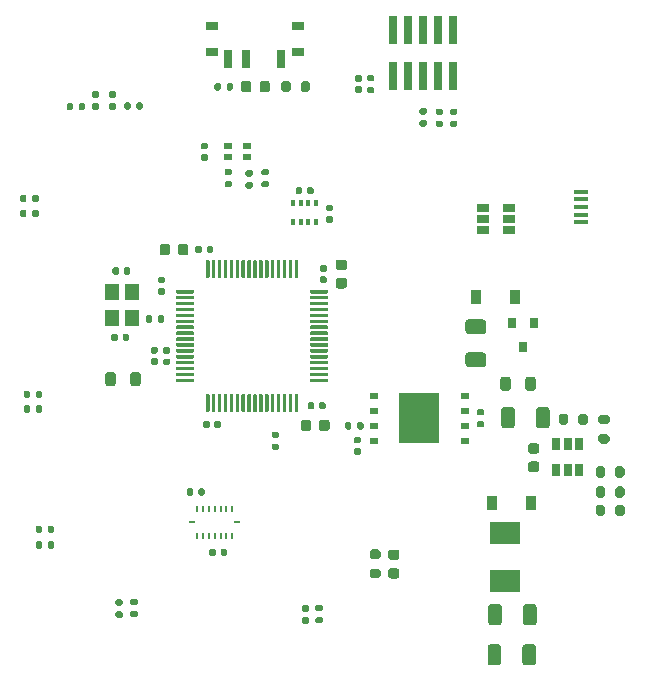
<source format=gbr>
%TF.GenerationSoftware,KiCad,Pcbnew,(5.1.8)-1*%
%TF.CreationDate,2021-01-21T22:43:38-05:00*%
%TF.ProjectId,Sensor Project,53656e73-6f72-4205-9072-6f6a6563742e,rev?*%
%TF.SameCoordinates,Original*%
%TF.FileFunction,Paste,Top*%
%TF.FilePolarity,Positive*%
%FSLAX46Y46*%
G04 Gerber Fmt 4.6, Leading zero omitted, Abs format (unit mm)*
G04 Created by KiCad (PCBNEW (5.1.8)-1) date 2021-01-21 22:43:38*
%MOMM*%
%LPD*%
G01*
G04 APERTURE LIST*
%ADD10R,0.800000X0.550000*%
%ADD11R,1.300000X0.450000*%
%ADD12R,0.700000X1.500000*%
%ADD13R,1.000000X0.800000*%
%ADD14R,0.900000X1.200000*%
%ADD15R,0.740000X2.400000*%
%ADD16R,2.500000X1.900000*%
%ADD17R,0.800000X0.900000*%
%ADD18R,0.650000X1.060000*%
%ADD19R,0.750000X0.500000*%
%ADD20R,3.450000X4.350000*%
%ADD21R,0.350000X0.500000*%
%ADD22R,0.250000X0.475000*%
%ADD23R,0.475000X0.250000*%
%ADD24R,1.060000X0.650000*%
%ADD25R,1.200000X1.400000*%
G04 APERTURE END LIST*
D10*
%TO.C,D5*%
X149340000Y-79200000D03*
X149340000Y-78300000D03*
X150940000Y-78300000D03*
X150940000Y-79200000D03*
%TD*%
%TO.C,C16*%
G36*
G01*
X140000000Y-94330000D02*
X140000000Y-94670000D01*
G75*
G02*
X139860000Y-94810000I-140000J0D01*
G01*
X139580000Y-94810000D01*
G75*
G02*
X139440000Y-94670000I0J140000D01*
G01*
X139440000Y-94330000D01*
G75*
G02*
X139580000Y-94190000I140000J0D01*
G01*
X139860000Y-94190000D01*
G75*
G02*
X140000000Y-94330000I0J-140000D01*
G01*
G37*
G36*
G01*
X140960000Y-94330000D02*
X140960000Y-94670000D01*
G75*
G02*
X140820000Y-94810000I-140000J0D01*
G01*
X140540000Y-94810000D01*
G75*
G02*
X140400000Y-94670000I0J140000D01*
G01*
X140400000Y-94330000D01*
G75*
G02*
X140540000Y-94190000I140000J0D01*
G01*
X140820000Y-94190000D01*
G75*
G02*
X140960000Y-94330000I0J-140000D01*
G01*
G37*
%TD*%
%TO.C,C15*%
G36*
G01*
X140500000Y-89050000D02*
X140500000Y-88710000D01*
G75*
G02*
X140640000Y-88570000I140000J0D01*
G01*
X140920000Y-88570000D01*
G75*
G02*
X141060000Y-88710000I0J-140000D01*
G01*
X141060000Y-89050000D01*
G75*
G02*
X140920000Y-89190000I-140000J0D01*
G01*
X140640000Y-89190000D01*
G75*
G02*
X140500000Y-89050000I0J140000D01*
G01*
G37*
G36*
G01*
X139540000Y-89050000D02*
X139540000Y-88710000D01*
G75*
G02*
X139680000Y-88570000I140000J0D01*
G01*
X139960000Y-88570000D01*
G75*
G02*
X140100000Y-88710000I0J-140000D01*
G01*
X140100000Y-89050000D01*
G75*
G02*
X139960000Y-89190000I-140000J0D01*
G01*
X139680000Y-89190000D01*
G75*
G02*
X139540000Y-89050000I0J140000D01*
G01*
G37*
%TD*%
D11*
%TO.C,J1*%
X179250000Y-82170000D03*
X179250000Y-82820000D03*
X179250000Y-83470000D03*
X179250000Y-84120000D03*
X179250000Y-84770000D03*
%TD*%
D12*
%TO.C,SW1*%
X153840000Y-70960000D03*
X150840000Y-70960000D03*
X149340000Y-70960000D03*
D13*
X155240000Y-68100000D03*
X147940000Y-68100000D03*
X147940000Y-70310000D03*
X155240000Y-70310000D03*
%TD*%
%TO.C,FB1*%
G36*
G01*
X173255000Y-98048750D02*
X173255000Y-98811250D01*
G75*
G02*
X173036250Y-99030000I-218750J0D01*
G01*
X172598750Y-99030000D01*
G75*
G02*
X172380000Y-98811250I0J218750D01*
G01*
X172380000Y-98048750D01*
G75*
G02*
X172598750Y-97830000I218750J0D01*
G01*
X173036250Y-97830000D01*
G75*
G02*
X173255000Y-98048750I0J-218750D01*
G01*
G37*
G36*
G01*
X175380000Y-98048750D02*
X175380000Y-98811250D01*
G75*
G02*
X175161250Y-99030000I-218750J0D01*
G01*
X174723750Y-99030000D01*
G75*
G02*
X174505000Y-98811250I0J218750D01*
G01*
X174505000Y-98048750D01*
G75*
G02*
X174723750Y-97830000I218750J0D01*
G01*
X175161250Y-97830000D01*
G75*
G02*
X175380000Y-98048750I0J-218750D01*
G01*
G37*
%TD*%
%TO.C,U2*%
G36*
G01*
X144910000Y-90715000D02*
X144910000Y-90565000D01*
G75*
G02*
X144985000Y-90490000I75000J0D01*
G01*
X146385000Y-90490000D01*
G75*
G02*
X146460000Y-90565000I0J-75000D01*
G01*
X146460000Y-90715000D01*
G75*
G02*
X146385000Y-90790000I-75000J0D01*
G01*
X144985000Y-90790000D01*
G75*
G02*
X144910000Y-90715000I0J75000D01*
G01*
G37*
G36*
G01*
X144910000Y-91215000D02*
X144910000Y-91065000D01*
G75*
G02*
X144985000Y-90990000I75000J0D01*
G01*
X146385000Y-90990000D01*
G75*
G02*
X146460000Y-91065000I0J-75000D01*
G01*
X146460000Y-91215000D01*
G75*
G02*
X146385000Y-91290000I-75000J0D01*
G01*
X144985000Y-91290000D01*
G75*
G02*
X144910000Y-91215000I0J75000D01*
G01*
G37*
G36*
G01*
X144910000Y-91715000D02*
X144910000Y-91565000D01*
G75*
G02*
X144985000Y-91490000I75000J0D01*
G01*
X146385000Y-91490000D01*
G75*
G02*
X146460000Y-91565000I0J-75000D01*
G01*
X146460000Y-91715000D01*
G75*
G02*
X146385000Y-91790000I-75000J0D01*
G01*
X144985000Y-91790000D01*
G75*
G02*
X144910000Y-91715000I0J75000D01*
G01*
G37*
G36*
G01*
X144910000Y-92215000D02*
X144910000Y-92065000D01*
G75*
G02*
X144985000Y-91990000I75000J0D01*
G01*
X146385000Y-91990000D01*
G75*
G02*
X146460000Y-92065000I0J-75000D01*
G01*
X146460000Y-92215000D01*
G75*
G02*
X146385000Y-92290000I-75000J0D01*
G01*
X144985000Y-92290000D01*
G75*
G02*
X144910000Y-92215000I0J75000D01*
G01*
G37*
G36*
G01*
X144910000Y-92715000D02*
X144910000Y-92565000D01*
G75*
G02*
X144985000Y-92490000I75000J0D01*
G01*
X146385000Y-92490000D01*
G75*
G02*
X146460000Y-92565000I0J-75000D01*
G01*
X146460000Y-92715000D01*
G75*
G02*
X146385000Y-92790000I-75000J0D01*
G01*
X144985000Y-92790000D01*
G75*
G02*
X144910000Y-92715000I0J75000D01*
G01*
G37*
G36*
G01*
X144910000Y-93215000D02*
X144910000Y-93065000D01*
G75*
G02*
X144985000Y-92990000I75000J0D01*
G01*
X146385000Y-92990000D01*
G75*
G02*
X146460000Y-93065000I0J-75000D01*
G01*
X146460000Y-93215000D01*
G75*
G02*
X146385000Y-93290000I-75000J0D01*
G01*
X144985000Y-93290000D01*
G75*
G02*
X144910000Y-93215000I0J75000D01*
G01*
G37*
G36*
G01*
X144910000Y-93715000D02*
X144910000Y-93565000D01*
G75*
G02*
X144985000Y-93490000I75000J0D01*
G01*
X146385000Y-93490000D01*
G75*
G02*
X146460000Y-93565000I0J-75000D01*
G01*
X146460000Y-93715000D01*
G75*
G02*
X146385000Y-93790000I-75000J0D01*
G01*
X144985000Y-93790000D01*
G75*
G02*
X144910000Y-93715000I0J75000D01*
G01*
G37*
G36*
G01*
X144910000Y-94215000D02*
X144910000Y-94065000D01*
G75*
G02*
X144985000Y-93990000I75000J0D01*
G01*
X146385000Y-93990000D01*
G75*
G02*
X146460000Y-94065000I0J-75000D01*
G01*
X146460000Y-94215000D01*
G75*
G02*
X146385000Y-94290000I-75000J0D01*
G01*
X144985000Y-94290000D01*
G75*
G02*
X144910000Y-94215000I0J75000D01*
G01*
G37*
G36*
G01*
X144910000Y-94715000D02*
X144910000Y-94565000D01*
G75*
G02*
X144985000Y-94490000I75000J0D01*
G01*
X146385000Y-94490000D01*
G75*
G02*
X146460000Y-94565000I0J-75000D01*
G01*
X146460000Y-94715000D01*
G75*
G02*
X146385000Y-94790000I-75000J0D01*
G01*
X144985000Y-94790000D01*
G75*
G02*
X144910000Y-94715000I0J75000D01*
G01*
G37*
G36*
G01*
X144910000Y-95215000D02*
X144910000Y-95065000D01*
G75*
G02*
X144985000Y-94990000I75000J0D01*
G01*
X146385000Y-94990000D01*
G75*
G02*
X146460000Y-95065000I0J-75000D01*
G01*
X146460000Y-95215000D01*
G75*
G02*
X146385000Y-95290000I-75000J0D01*
G01*
X144985000Y-95290000D01*
G75*
G02*
X144910000Y-95215000I0J75000D01*
G01*
G37*
G36*
G01*
X144910000Y-95715000D02*
X144910000Y-95565000D01*
G75*
G02*
X144985000Y-95490000I75000J0D01*
G01*
X146385000Y-95490000D01*
G75*
G02*
X146460000Y-95565000I0J-75000D01*
G01*
X146460000Y-95715000D01*
G75*
G02*
X146385000Y-95790000I-75000J0D01*
G01*
X144985000Y-95790000D01*
G75*
G02*
X144910000Y-95715000I0J75000D01*
G01*
G37*
G36*
G01*
X144910000Y-96215000D02*
X144910000Y-96065000D01*
G75*
G02*
X144985000Y-95990000I75000J0D01*
G01*
X146385000Y-95990000D01*
G75*
G02*
X146460000Y-96065000I0J-75000D01*
G01*
X146460000Y-96215000D01*
G75*
G02*
X146385000Y-96290000I-75000J0D01*
G01*
X144985000Y-96290000D01*
G75*
G02*
X144910000Y-96215000I0J75000D01*
G01*
G37*
G36*
G01*
X144910000Y-96715000D02*
X144910000Y-96565000D01*
G75*
G02*
X144985000Y-96490000I75000J0D01*
G01*
X146385000Y-96490000D01*
G75*
G02*
X146460000Y-96565000I0J-75000D01*
G01*
X146460000Y-96715000D01*
G75*
G02*
X146385000Y-96790000I-75000J0D01*
G01*
X144985000Y-96790000D01*
G75*
G02*
X144910000Y-96715000I0J75000D01*
G01*
G37*
G36*
G01*
X144910000Y-97215000D02*
X144910000Y-97065000D01*
G75*
G02*
X144985000Y-96990000I75000J0D01*
G01*
X146385000Y-96990000D01*
G75*
G02*
X146460000Y-97065000I0J-75000D01*
G01*
X146460000Y-97215000D01*
G75*
G02*
X146385000Y-97290000I-75000J0D01*
G01*
X144985000Y-97290000D01*
G75*
G02*
X144910000Y-97215000I0J75000D01*
G01*
G37*
G36*
G01*
X144910000Y-97715000D02*
X144910000Y-97565000D01*
G75*
G02*
X144985000Y-97490000I75000J0D01*
G01*
X146385000Y-97490000D01*
G75*
G02*
X146460000Y-97565000I0J-75000D01*
G01*
X146460000Y-97715000D01*
G75*
G02*
X146385000Y-97790000I-75000J0D01*
G01*
X144985000Y-97790000D01*
G75*
G02*
X144910000Y-97715000I0J75000D01*
G01*
G37*
G36*
G01*
X144910000Y-98215000D02*
X144910000Y-98065000D01*
G75*
G02*
X144985000Y-97990000I75000J0D01*
G01*
X146385000Y-97990000D01*
G75*
G02*
X146460000Y-98065000I0J-75000D01*
G01*
X146460000Y-98215000D01*
G75*
G02*
X146385000Y-98290000I-75000J0D01*
G01*
X144985000Y-98290000D01*
G75*
G02*
X144910000Y-98215000I0J75000D01*
G01*
G37*
G36*
G01*
X147460000Y-100765000D02*
X147460000Y-99365000D01*
G75*
G02*
X147535000Y-99290000I75000J0D01*
G01*
X147685000Y-99290000D01*
G75*
G02*
X147760000Y-99365000I0J-75000D01*
G01*
X147760000Y-100765000D01*
G75*
G02*
X147685000Y-100840000I-75000J0D01*
G01*
X147535000Y-100840000D01*
G75*
G02*
X147460000Y-100765000I0J75000D01*
G01*
G37*
G36*
G01*
X147960000Y-100765000D02*
X147960000Y-99365000D01*
G75*
G02*
X148035000Y-99290000I75000J0D01*
G01*
X148185000Y-99290000D01*
G75*
G02*
X148260000Y-99365000I0J-75000D01*
G01*
X148260000Y-100765000D01*
G75*
G02*
X148185000Y-100840000I-75000J0D01*
G01*
X148035000Y-100840000D01*
G75*
G02*
X147960000Y-100765000I0J75000D01*
G01*
G37*
G36*
G01*
X148460000Y-100765000D02*
X148460000Y-99365000D01*
G75*
G02*
X148535000Y-99290000I75000J0D01*
G01*
X148685000Y-99290000D01*
G75*
G02*
X148760000Y-99365000I0J-75000D01*
G01*
X148760000Y-100765000D01*
G75*
G02*
X148685000Y-100840000I-75000J0D01*
G01*
X148535000Y-100840000D01*
G75*
G02*
X148460000Y-100765000I0J75000D01*
G01*
G37*
G36*
G01*
X148960000Y-100765000D02*
X148960000Y-99365000D01*
G75*
G02*
X149035000Y-99290000I75000J0D01*
G01*
X149185000Y-99290000D01*
G75*
G02*
X149260000Y-99365000I0J-75000D01*
G01*
X149260000Y-100765000D01*
G75*
G02*
X149185000Y-100840000I-75000J0D01*
G01*
X149035000Y-100840000D01*
G75*
G02*
X148960000Y-100765000I0J75000D01*
G01*
G37*
G36*
G01*
X149460000Y-100765000D02*
X149460000Y-99365000D01*
G75*
G02*
X149535000Y-99290000I75000J0D01*
G01*
X149685000Y-99290000D01*
G75*
G02*
X149760000Y-99365000I0J-75000D01*
G01*
X149760000Y-100765000D01*
G75*
G02*
X149685000Y-100840000I-75000J0D01*
G01*
X149535000Y-100840000D01*
G75*
G02*
X149460000Y-100765000I0J75000D01*
G01*
G37*
G36*
G01*
X149960000Y-100765000D02*
X149960000Y-99365000D01*
G75*
G02*
X150035000Y-99290000I75000J0D01*
G01*
X150185000Y-99290000D01*
G75*
G02*
X150260000Y-99365000I0J-75000D01*
G01*
X150260000Y-100765000D01*
G75*
G02*
X150185000Y-100840000I-75000J0D01*
G01*
X150035000Y-100840000D01*
G75*
G02*
X149960000Y-100765000I0J75000D01*
G01*
G37*
G36*
G01*
X150460000Y-100765000D02*
X150460000Y-99365000D01*
G75*
G02*
X150535000Y-99290000I75000J0D01*
G01*
X150685000Y-99290000D01*
G75*
G02*
X150760000Y-99365000I0J-75000D01*
G01*
X150760000Y-100765000D01*
G75*
G02*
X150685000Y-100840000I-75000J0D01*
G01*
X150535000Y-100840000D01*
G75*
G02*
X150460000Y-100765000I0J75000D01*
G01*
G37*
G36*
G01*
X150960000Y-100765000D02*
X150960000Y-99365000D01*
G75*
G02*
X151035000Y-99290000I75000J0D01*
G01*
X151185000Y-99290000D01*
G75*
G02*
X151260000Y-99365000I0J-75000D01*
G01*
X151260000Y-100765000D01*
G75*
G02*
X151185000Y-100840000I-75000J0D01*
G01*
X151035000Y-100840000D01*
G75*
G02*
X150960000Y-100765000I0J75000D01*
G01*
G37*
G36*
G01*
X151460000Y-100765000D02*
X151460000Y-99365000D01*
G75*
G02*
X151535000Y-99290000I75000J0D01*
G01*
X151685000Y-99290000D01*
G75*
G02*
X151760000Y-99365000I0J-75000D01*
G01*
X151760000Y-100765000D01*
G75*
G02*
X151685000Y-100840000I-75000J0D01*
G01*
X151535000Y-100840000D01*
G75*
G02*
X151460000Y-100765000I0J75000D01*
G01*
G37*
G36*
G01*
X151960000Y-100765000D02*
X151960000Y-99365000D01*
G75*
G02*
X152035000Y-99290000I75000J0D01*
G01*
X152185000Y-99290000D01*
G75*
G02*
X152260000Y-99365000I0J-75000D01*
G01*
X152260000Y-100765000D01*
G75*
G02*
X152185000Y-100840000I-75000J0D01*
G01*
X152035000Y-100840000D01*
G75*
G02*
X151960000Y-100765000I0J75000D01*
G01*
G37*
G36*
G01*
X152460000Y-100765000D02*
X152460000Y-99365000D01*
G75*
G02*
X152535000Y-99290000I75000J0D01*
G01*
X152685000Y-99290000D01*
G75*
G02*
X152760000Y-99365000I0J-75000D01*
G01*
X152760000Y-100765000D01*
G75*
G02*
X152685000Y-100840000I-75000J0D01*
G01*
X152535000Y-100840000D01*
G75*
G02*
X152460000Y-100765000I0J75000D01*
G01*
G37*
G36*
G01*
X152960000Y-100765000D02*
X152960000Y-99365000D01*
G75*
G02*
X153035000Y-99290000I75000J0D01*
G01*
X153185000Y-99290000D01*
G75*
G02*
X153260000Y-99365000I0J-75000D01*
G01*
X153260000Y-100765000D01*
G75*
G02*
X153185000Y-100840000I-75000J0D01*
G01*
X153035000Y-100840000D01*
G75*
G02*
X152960000Y-100765000I0J75000D01*
G01*
G37*
G36*
G01*
X153460000Y-100765000D02*
X153460000Y-99365000D01*
G75*
G02*
X153535000Y-99290000I75000J0D01*
G01*
X153685000Y-99290000D01*
G75*
G02*
X153760000Y-99365000I0J-75000D01*
G01*
X153760000Y-100765000D01*
G75*
G02*
X153685000Y-100840000I-75000J0D01*
G01*
X153535000Y-100840000D01*
G75*
G02*
X153460000Y-100765000I0J75000D01*
G01*
G37*
G36*
G01*
X153960000Y-100765000D02*
X153960000Y-99365000D01*
G75*
G02*
X154035000Y-99290000I75000J0D01*
G01*
X154185000Y-99290000D01*
G75*
G02*
X154260000Y-99365000I0J-75000D01*
G01*
X154260000Y-100765000D01*
G75*
G02*
X154185000Y-100840000I-75000J0D01*
G01*
X154035000Y-100840000D01*
G75*
G02*
X153960000Y-100765000I0J75000D01*
G01*
G37*
G36*
G01*
X154460000Y-100765000D02*
X154460000Y-99365000D01*
G75*
G02*
X154535000Y-99290000I75000J0D01*
G01*
X154685000Y-99290000D01*
G75*
G02*
X154760000Y-99365000I0J-75000D01*
G01*
X154760000Y-100765000D01*
G75*
G02*
X154685000Y-100840000I-75000J0D01*
G01*
X154535000Y-100840000D01*
G75*
G02*
X154460000Y-100765000I0J75000D01*
G01*
G37*
G36*
G01*
X154960000Y-100765000D02*
X154960000Y-99365000D01*
G75*
G02*
X155035000Y-99290000I75000J0D01*
G01*
X155185000Y-99290000D01*
G75*
G02*
X155260000Y-99365000I0J-75000D01*
G01*
X155260000Y-100765000D01*
G75*
G02*
X155185000Y-100840000I-75000J0D01*
G01*
X155035000Y-100840000D01*
G75*
G02*
X154960000Y-100765000I0J75000D01*
G01*
G37*
G36*
G01*
X156260000Y-98215000D02*
X156260000Y-98065000D01*
G75*
G02*
X156335000Y-97990000I75000J0D01*
G01*
X157735000Y-97990000D01*
G75*
G02*
X157810000Y-98065000I0J-75000D01*
G01*
X157810000Y-98215000D01*
G75*
G02*
X157735000Y-98290000I-75000J0D01*
G01*
X156335000Y-98290000D01*
G75*
G02*
X156260000Y-98215000I0J75000D01*
G01*
G37*
G36*
G01*
X156260000Y-97715000D02*
X156260000Y-97565000D01*
G75*
G02*
X156335000Y-97490000I75000J0D01*
G01*
X157735000Y-97490000D01*
G75*
G02*
X157810000Y-97565000I0J-75000D01*
G01*
X157810000Y-97715000D01*
G75*
G02*
X157735000Y-97790000I-75000J0D01*
G01*
X156335000Y-97790000D01*
G75*
G02*
X156260000Y-97715000I0J75000D01*
G01*
G37*
G36*
G01*
X156260000Y-97215000D02*
X156260000Y-97065000D01*
G75*
G02*
X156335000Y-96990000I75000J0D01*
G01*
X157735000Y-96990000D01*
G75*
G02*
X157810000Y-97065000I0J-75000D01*
G01*
X157810000Y-97215000D01*
G75*
G02*
X157735000Y-97290000I-75000J0D01*
G01*
X156335000Y-97290000D01*
G75*
G02*
X156260000Y-97215000I0J75000D01*
G01*
G37*
G36*
G01*
X156260000Y-96715000D02*
X156260000Y-96565000D01*
G75*
G02*
X156335000Y-96490000I75000J0D01*
G01*
X157735000Y-96490000D01*
G75*
G02*
X157810000Y-96565000I0J-75000D01*
G01*
X157810000Y-96715000D01*
G75*
G02*
X157735000Y-96790000I-75000J0D01*
G01*
X156335000Y-96790000D01*
G75*
G02*
X156260000Y-96715000I0J75000D01*
G01*
G37*
G36*
G01*
X156260000Y-96215000D02*
X156260000Y-96065000D01*
G75*
G02*
X156335000Y-95990000I75000J0D01*
G01*
X157735000Y-95990000D01*
G75*
G02*
X157810000Y-96065000I0J-75000D01*
G01*
X157810000Y-96215000D01*
G75*
G02*
X157735000Y-96290000I-75000J0D01*
G01*
X156335000Y-96290000D01*
G75*
G02*
X156260000Y-96215000I0J75000D01*
G01*
G37*
G36*
G01*
X156260000Y-95715000D02*
X156260000Y-95565000D01*
G75*
G02*
X156335000Y-95490000I75000J0D01*
G01*
X157735000Y-95490000D01*
G75*
G02*
X157810000Y-95565000I0J-75000D01*
G01*
X157810000Y-95715000D01*
G75*
G02*
X157735000Y-95790000I-75000J0D01*
G01*
X156335000Y-95790000D01*
G75*
G02*
X156260000Y-95715000I0J75000D01*
G01*
G37*
G36*
G01*
X156260000Y-95215000D02*
X156260000Y-95065000D01*
G75*
G02*
X156335000Y-94990000I75000J0D01*
G01*
X157735000Y-94990000D01*
G75*
G02*
X157810000Y-95065000I0J-75000D01*
G01*
X157810000Y-95215000D01*
G75*
G02*
X157735000Y-95290000I-75000J0D01*
G01*
X156335000Y-95290000D01*
G75*
G02*
X156260000Y-95215000I0J75000D01*
G01*
G37*
G36*
G01*
X156260000Y-94715000D02*
X156260000Y-94565000D01*
G75*
G02*
X156335000Y-94490000I75000J0D01*
G01*
X157735000Y-94490000D01*
G75*
G02*
X157810000Y-94565000I0J-75000D01*
G01*
X157810000Y-94715000D01*
G75*
G02*
X157735000Y-94790000I-75000J0D01*
G01*
X156335000Y-94790000D01*
G75*
G02*
X156260000Y-94715000I0J75000D01*
G01*
G37*
G36*
G01*
X156260000Y-94215000D02*
X156260000Y-94065000D01*
G75*
G02*
X156335000Y-93990000I75000J0D01*
G01*
X157735000Y-93990000D01*
G75*
G02*
X157810000Y-94065000I0J-75000D01*
G01*
X157810000Y-94215000D01*
G75*
G02*
X157735000Y-94290000I-75000J0D01*
G01*
X156335000Y-94290000D01*
G75*
G02*
X156260000Y-94215000I0J75000D01*
G01*
G37*
G36*
G01*
X156260000Y-93715000D02*
X156260000Y-93565000D01*
G75*
G02*
X156335000Y-93490000I75000J0D01*
G01*
X157735000Y-93490000D01*
G75*
G02*
X157810000Y-93565000I0J-75000D01*
G01*
X157810000Y-93715000D01*
G75*
G02*
X157735000Y-93790000I-75000J0D01*
G01*
X156335000Y-93790000D01*
G75*
G02*
X156260000Y-93715000I0J75000D01*
G01*
G37*
G36*
G01*
X156260000Y-93215000D02*
X156260000Y-93065000D01*
G75*
G02*
X156335000Y-92990000I75000J0D01*
G01*
X157735000Y-92990000D01*
G75*
G02*
X157810000Y-93065000I0J-75000D01*
G01*
X157810000Y-93215000D01*
G75*
G02*
X157735000Y-93290000I-75000J0D01*
G01*
X156335000Y-93290000D01*
G75*
G02*
X156260000Y-93215000I0J75000D01*
G01*
G37*
G36*
G01*
X156260000Y-92715000D02*
X156260000Y-92565000D01*
G75*
G02*
X156335000Y-92490000I75000J0D01*
G01*
X157735000Y-92490000D01*
G75*
G02*
X157810000Y-92565000I0J-75000D01*
G01*
X157810000Y-92715000D01*
G75*
G02*
X157735000Y-92790000I-75000J0D01*
G01*
X156335000Y-92790000D01*
G75*
G02*
X156260000Y-92715000I0J75000D01*
G01*
G37*
G36*
G01*
X156260000Y-92215000D02*
X156260000Y-92065000D01*
G75*
G02*
X156335000Y-91990000I75000J0D01*
G01*
X157735000Y-91990000D01*
G75*
G02*
X157810000Y-92065000I0J-75000D01*
G01*
X157810000Y-92215000D01*
G75*
G02*
X157735000Y-92290000I-75000J0D01*
G01*
X156335000Y-92290000D01*
G75*
G02*
X156260000Y-92215000I0J75000D01*
G01*
G37*
G36*
G01*
X156260000Y-91715000D02*
X156260000Y-91565000D01*
G75*
G02*
X156335000Y-91490000I75000J0D01*
G01*
X157735000Y-91490000D01*
G75*
G02*
X157810000Y-91565000I0J-75000D01*
G01*
X157810000Y-91715000D01*
G75*
G02*
X157735000Y-91790000I-75000J0D01*
G01*
X156335000Y-91790000D01*
G75*
G02*
X156260000Y-91715000I0J75000D01*
G01*
G37*
G36*
G01*
X156260000Y-91215000D02*
X156260000Y-91065000D01*
G75*
G02*
X156335000Y-90990000I75000J0D01*
G01*
X157735000Y-90990000D01*
G75*
G02*
X157810000Y-91065000I0J-75000D01*
G01*
X157810000Y-91215000D01*
G75*
G02*
X157735000Y-91290000I-75000J0D01*
G01*
X156335000Y-91290000D01*
G75*
G02*
X156260000Y-91215000I0J75000D01*
G01*
G37*
G36*
G01*
X156260000Y-90715000D02*
X156260000Y-90565000D01*
G75*
G02*
X156335000Y-90490000I75000J0D01*
G01*
X157735000Y-90490000D01*
G75*
G02*
X157810000Y-90565000I0J-75000D01*
G01*
X157810000Y-90715000D01*
G75*
G02*
X157735000Y-90790000I-75000J0D01*
G01*
X156335000Y-90790000D01*
G75*
G02*
X156260000Y-90715000I0J75000D01*
G01*
G37*
G36*
G01*
X154960000Y-89415000D02*
X154960000Y-88015000D01*
G75*
G02*
X155035000Y-87940000I75000J0D01*
G01*
X155185000Y-87940000D01*
G75*
G02*
X155260000Y-88015000I0J-75000D01*
G01*
X155260000Y-89415000D01*
G75*
G02*
X155185000Y-89490000I-75000J0D01*
G01*
X155035000Y-89490000D01*
G75*
G02*
X154960000Y-89415000I0J75000D01*
G01*
G37*
G36*
G01*
X154460000Y-89415000D02*
X154460000Y-88015000D01*
G75*
G02*
X154535000Y-87940000I75000J0D01*
G01*
X154685000Y-87940000D01*
G75*
G02*
X154760000Y-88015000I0J-75000D01*
G01*
X154760000Y-89415000D01*
G75*
G02*
X154685000Y-89490000I-75000J0D01*
G01*
X154535000Y-89490000D01*
G75*
G02*
X154460000Y-89415000I0J75000D01*
G01*
G37*
G36*
G01*
X153960000Y-89415000D02*
X153960000Y-88015000D01*
G75*
G02*
X154035000Y-87940000I75000J0D01*
G01*
X154185000Y-87940000D01*
G75*
G02*
X154260000Y-88015000I0J-75000D01*
G01*
X154260000Y-89415000D01*
G75*
G02*
X154185000Y-89490000I-75000J0D01*
G01*
X154035000Y-89490000D01*
G75*
G02*
X153960000Y-89415000I0J75000D01*
G01*
G37*
G36*
G01*
X153460000Y-89415000D02*
X153460000Y-88015000D01*
G75*
G02*
X153535000Y-87940000I75000J0D01*
G01*
X153685000Y-87940000D01*
G75*
G02*
X153760000Y-88015000I0J-75000D01*
G01*
X153760000Y-89415000D01*
G75*
G02*
X153685000Y-89490000I-75000J0D01*
G01*
X153535000Y-89490000D01*
G75*
G02*
X153460000Y-89415000I0J75000D01*
G01*
G37*
G36*
G01*
X152960000Y-89415000D02*
X152960000Y-88015000D01*
G75*
G02*
X153035000Y-87940000I75000J0D01*
G01*
X153185000Y-87940000D01*
G75*
G02*
X153260000Y-88015000I0J-75000D01*
G01*
X153260000Y-89415000D01*
G75*
G02*
X153185000Y-89490000I-75000J0D01*
G01*
X153035000Y-89490000D01*
G75*
G02*
X152960000Y-89415000I0J75000D01*
G01*
G37*
G36*
G01*
X152460000Y-89415000D02*
X152460000Y-88015000D01*
G75*
G02*
X152535000Y-87940000I75000J0D01*
G01*
X152685000Y-87940000D01*
G75*
G02*
X152760000Y-88015000I0J-75000D01*
G01*
X152760000Y-89415000D01*
G75*
G02*
X152685000Y-89490000I-75000J0D01*
G01*
X152535000Y-89490000D01*
G75*
G02*
X152460000Y-89415000I0J75000D01*
G01*
G37*
G36*
G01*
X151960000Y-89415000D02*
X151960000Y-88015000D01*
G75*
G02*
X152035000Y-87940000I75000J0D01*
G01*
X152185000Y-87940000D01*
G75*
G02*
X152260000Y-88015000I0J-75000D01*
G01*
X152260000Y-89415000D01*
G75*
G02*
X152185000Y-89490000I-75000J0D01*
G01*
X152035000Y-89490000D01*
G75*
G02*
X151960000Y-89415000I0J75000D01*
G01*
G37*
G36*
G01*
X151460000Y-89415000D02*
X151460000Y-88015000D01*
G75*
G02*
X151535000Y-87940000I75000J0D01*
G01*
X151685000Y-87940000D01*
G75*
G02*
X151760000Y-88015000I0J-75000D01*
G01*
X151760000Y-89415000D01*
G75*
G02*
X151685000Y-89490000I-75000J0D01*
G01*
X151535000Y-89490000D01*
G75*
G02*
X151460000Y-89415000I0J75000D01*
G01*
G37*
G36*
G01*
X150960000Y-89415000D02*
X150960000Y-88015000D01*
G75*
G02*
X151035000Y-87940000I75000J0D01*
G01*
X151185000Y-87940000D01*
G75*
G02*
X151260000Y-88015000I0J-75000D01*
G01*
X151260000Y-89415000D01*
G75*
G02*
X151185000Y-89490000I-75000J0D01*
G01*
X151035000Y-89490000D01*
G75*
G02*
X150960000Y-89415000I0J75000D01*
G01*
G37*
G36*
G01*
X150460000Y-89415000D02*
X150460000Y-88015000D01*
G75*
G02*
X150535000Y-87940000I75000J0D01*
G01*
X150685000Y-87940000D01*
G75*
G02*
X150760000Y-88015000I0J-75000D01*
G01*
X150760000Y-89415000D01*
G75*
G02*
X150685000Y-89490000I-75000J0D01*
G01*
X150535000Y-89490000D01*
G75*
G02*
X150460000Y-89415000I0J75000D01*
G01*
G37*
G36*
G01*
X149960000Y-89415000D02*
X149960000Y-88015000D01*
G75*
G02*
X150035000Y-87940000I75000J0D01*
G01*
X150185000Y-87940000D01*
G75*
G02*
X150260000Y-88015000I0J-75000D01*
G01*
X150260000Y-89415000D01*
G75*
G02*
X150185000Y-89490000I-75000J0D01*
G01*
X150035000Y-89490000D01*
G75*
G02*
X149960000Y-89415000I0J75000D01*
G01*
G37*
G36*
G01*
X149460000Y-89415000D02*
X149460000Y-88015000D01*
G75*
G02*
X149535000Y-87940000I75000J0D01*
G01*
X149685000Y-87940000D01*
G75*
G02*
X149760000Y-88015000I0J-75000D01*
G01*
X149760000Y-89415000D01*
G75*
G02*
X149685000Y-89490000I-75000J0D01*
G01*
X149535000Y-89490000D01*
G75*
G02*
X149460000Y-89415000I0J75000D01*
G01*
G37*
G36*
G01*
X148960000Y-89415000D02*
X148960000Y-88015000D01*
G75*
G02*
X149035000Y-87940000I75000J0D01*
G01*
X149185000Y-87940000D01*
G75*
G02*
X149260000Y-88015000I0J-75000D01*
G01*
X149260000Y-89415000D01*
G75*
G02*
X149185000Y-89490000I-75000J0D01*
G01*
X149035000Y-89490000D01*
G75*
G02*
X148960000Y-89415000I0J75000D01*
G01*
G37*
G36*
G01*
X148460000Y-89415000D02*
X148460000Y-88015000D01*
G75*
G02*
X148535000Y-87940000I75000J0D01*
G01*
X148685000Y-87940000D01*
G75*
G02*
X148760000Y-88015000I0J-75000D01*
G01*
X148760000Y-89415000D01*
G75*
G02*
X148685000Y-89490000I-75000J0D01*
G01*
X148535000Y-89490000D01*
G75*
G02*
X148460000Y-89415000I0J75000D01*
G01*
G37*
G36*
G01*
X147960000Y-89415000D02*
X147960000Y-88015000D01*
G75*
G02*
X148035000Y-87940000I75000J0D01*
G01*
X148185000Y-87940000D01*
G75*
G02*
X148260000Y-88015000I0J-75000D01*
G01*
X148260000Y-89415000D01*
G75*
G02*
X148185000Y-89490000I-75000J0D01*
G01*
X148035000Y-89490000D01*
G75*
G02*
X147960000Y-89415000I0J75000D01*
G01*
G37*
G36*
G01*
X147460000Y-89415000D02*
X147460000Y-88015000D01*
G75*
G02*
X147535000Y-87940000I75000J0D01*
G01*
X147685000Y-87940000D01*
G75*
G02*
X147760000Y-88015000I0J-75000D01*
G01*
X147760000Y-89415000D01*
G75*
G02*
X147685000Y-89490000I-75000J0D01*
G01*
X147535000Y-89490000D01*
G75*
G02*
X147460000Y-89415000I0J75000D01*
G01*
G37*
%TD*%
D14*
%TO.C,D1*%
X173650000Y-91080000D03*
X170350000Y-91080000D03*
%TD*%
%TO.C,C1*%
G36*
G01*
X176550000Y-100649999D02*
X176550000Y-101950001D01*
G75*
G02*
X176300001Y-102200000I-249999J0D01*
G01*
X175649999Y-102200000D01*
G75*
G02*
X175400000Y-101950001I0J249999D01*
G01*
X175400000Y-100649999D01*
G75*
G02*
X175649999Y-100400000I249999J0D01*
G01*
X176300001Y-100400000D01*
G75*
G02*
X176550000Y-100649999I0J-249999D01*
G01*
G37*
G36*
G01*
X173600000Y-100649999D02*
X173600000Y-101950001D01*
G75*
G02*
X173350001Y-102200000I-249999J0D01*
G01*
X172699999Y-102200000D01*
G75*
G02*
X172450000Y-101950001I0J249999D01*
G01*
X172450000Y-100649999D01*
G75*
G02*
X172699999Y-100400000I249999J0D01*
G01*
X173350001Y-100400000D01*
G75*
G02*
X173600000Y-100649999I0J-249999D01*
G01*
G37*
%TD*%
%TO.C,C2*%
G36*
G01*
X174950000Y-105005000D02*
X175450000Y-105005000D01*
G75*
G02*
X175675000Y-105230000I0J-225000D01*
G01*
X175675000Y-105680000D01*
G75*
G02*
X175450000Y-105905000I-225000J0D01*
G01*
X174950000Y-105905000D01*
G75*
G02*
X174725000Y-105680000I0J225000D01*
G01*
X174725000Y-105230000D01*
G75*
G02*
X174950000Y-105005000I225000J0D01*
G01*
G37*
G36*
G01*
X174950000Y-103455000D02*
X175450000Y-103455000D01*
G75*
G02*
X175675000Y-103680000I0J-225000D01*
G01*
X175675000Y-104130000D01*
G75*
G02*
X175450000Y-104355000I-225000J0D01*
G01*
X174950000Y-104355000D01*
G75*
G02*
X174725000Y-104130000I0J225000D01*
G01*
X174725000Y-103680000D01*
G75*
G02*
X174950000Y-103455000I225000J0D01*
G01*
G37*
%TD*%
%TO.C,C3*%
G36*
G01*
X174250000Y-122030001D02*
X174250000Y-120729999D01*
G75*
G02*
X174499999Y-120480000I249999J0D01*
G01*
X175150001Y-120480000D01*
G75*
G02*
X175400000Y-120729999I0J-249999D01*
G01*
X175400000Y-122030001D01*
G75*
G02*
X175150001Y-122280000I-249999J0D01*
G01*
X174499999Y-122280000D01*
G75*
G02*
X174250000Y-122030001I0J249999D01*
G01*
G37*
G36*
G01*
X171300000Y-122030001D02*
X171300000Y-120729999D01*
G75*
G02*
X171549999Y-120480000I249999J0D01*
G01*
X172200001Y-120480000D01*
G75*
G02*
X172450000Y-120729999I0J-249999D01*
G01*
X172450000Y-122030001D01*
G75*
G02*
X172200001Y-122280000I-249999J0D01*
G01*
X171549999Y-122280000D01*
G75*
G02*
X171300000Y-122030001I0J249999D01*
G01*
G37*
%TD*%
%TO.C,C4*%
G36*
G01*
X171350000Y-118630001D02*
X171350000Y-117329999D01*
G75*
G02*
X171599999Y-117080000I249999J0D01*
G01*
X172250001Y-117080000D01*
G75*
G02*
X172500000Y-117329999I0J-249999D01*
G01*
X172500000Y-118630001D01*
G75*
G02*
X172250001Y-118880000I-249999J0D01*
G01*
X171599999Y-118880000D01*
G75*
G02*
X171350000Y-118630001I0J249999D01*
G01*
G37*
G36*
G01*
X174300000Y-118630001D02*
X174300000Y-117329999D01*
G75*
G02*
X174549999Y-117080000I249999J0D01*
G01*
X175200001Y-117080000D01*
G75*
G02*
X175450000Y-117329999I0J-249999D01*
G01*
X175450000Y-118630001D01*
G75*
G02*
X175200001Y-118880000I-249999J0D01*
G01*
X174549999Y-118880000D01*
G75*
G02*
X174300000Y-118630001I0J249999D01*
G01*
G37*
%TD*%
%TO.C,C5*%
G36*
G01*
X145975000Y-86820000D02*
X145975000Y-87320000D01*
G75*
G02*
X145750000Y-87545000I-225000J0D01*
G01*
X145300000Y-87545000D01*
G75*
G02*
X145075000Y-87320000I0J225000D01*
G01*
X145075000Y-86820000D01*
G75*
G02*
X145300000Y-86595000I225000J0D01*
G01*
X145750000Y-86595000D01*
G75*
G02*
X145975000Y-86820000I0J-225000D01*
G01*
G37*
G36*
G01*
X144425000Y-86820000D02*
X144425000Y-87320000D01*
G75*
G02*
X144200000Y-87545000I-225000J0D01*
G01*
X143750000Y-87545000D01*
G75*
G02*
X143525000Y-87320000I0J225000D01*
G01*
X143525000Y-86820000D01*
G75*
G02*
X143750000Y-86595000I225000J0D01*
G01*
X144200000Y-86595000D01*
G75*
G02*
X144425000Y-86820000I0J-225000D01*
G01*
G37*
%TD*%
%TO.C,C6*%
G36*
G01*
X155475000Y-102200000D02*
X155475000Y-101700000D01*
G75*
G02*
X155700000Y-101475000I225000J0D01*
G01*
X156150000Y-101475000D01*
G75*
G02*
X156375000Y-101700000I0J-225000D01*
G01*
X156375000Y-102200000D01*
G75*
G02*
X156150000Y-102425000I-225000J0D01*
G01*
X155700000Y-102425000D01*
G75*
G02*
X155475000Y-102200000I0J225000D01*
G01*
G37*
G36*
G01*
X157025000Y-102200000D02*
X157025000Y-101700000D01*
G75*
G02*
X157250000Y-101475000I225000J0D01*
G01*
X157700000Y-101475000D01*
G75*
G02*
X157925000Y-101700000I0J-225000D01*
G01*
X157925000Y-102200000D01*
G75*
G02*
X157700000Y-102425000I-225000J0D01*
G01*
X157250000Y-102425000D01*
G75*
G02*
X157025000Y-102200000I0J225000D01*
G01*
G37*
%TD*%
%TO.C,C7*%
G36*
G01*
X143870000Y-90880000D02*
X143530000Y-90880000D01*
G75*
G02*
X143390000Y-90740000I0J140000D01*
G01*
X143390000Y-90460000D01*
G75*
G02*
X143530000Y-90320000I140000J0D01*
G01*
X143870000Y-90320000D01*
G75*
G02*
X144010000Y-90460000I0J-140000D01*
G01*
X144010000Y-90740000D01*
G75*
G02*
X143870000Y-90880000I-140000J0D01*
G01*
G37*
G36*
G01*
X143870000Y-89920000D02*
X143530000Y-89920000D01*
G75*
G02*
X143390000Y-89780000I0J140000D01*
G01*
X143390000Y-89500000D01*
G75*
G02*
X143530000Y-89360000I140000J0D01*
G01*
X143870000Y-89360000D01*
G75*
G02*
X144010000Y-89500000I0J-140000D01*
G01*
X144010000Y-89780000D01*
G75*
G02*
X143870000Y-89920000I-140000J0D01*
G01*
G37*
%TD*%
%TO.C,C8*%
G36*
G01*
X159170000Y-88815000D02*
X158670000Y-88815000D01*
G75*
G02*
X158445000Y-88590000I0J225000D01*
G01*
X158445000Y-88140000D01*
G75*
G02*
X158670000Y-87915000I225000J0D01*
G01*
X159170000Y-87915000D01*
G75*
G02*
X159395000Y-88140000I0J-225000D01*
G01*
X159395000Y-88590000D01*
G75*
G02*
X159170000Y-88815000I-225000J0D01*
G01*
G37*
G36*
G01*
X159170000Y-90365000D02*
X158670000Y-90365000D01*
G75*
G02*
X158445000Y-90140000I0J225000D01*
G01*
X158445000Y-89690000D01*
G75*
G02*
X158670000Y-89465000I225000J0D01*
G01*
X159170000Y-89465000D01*
G75*
G02*
X159395000Y-89690000I0J-225000D01*
G01*
X159395000Y-90140000D01*
G75*
G02*
X159170000Y-90365000I-225000J0D01*
G01*
G37*
%TD*%
%TO.C,C9*%
G36*
G01*
X148730000Y-101700000D02*
X148730000Y-102040000D01*
G75*
G02*
X148590000Y-102180000I-140000J0D01*
G01*
X148310000Y-102180000D01*
G75*
G02*
X148170000Y-102040000I0J140000D01*
G01*
X148170000Y-101700000D01*
G75*
G02*
X148310000Y-101560000I140000J0D01*
G01*
X148590000Y-101560000D01*
G75*
G02*
X148730000Y-101700000I0J-140000D01*
G01*
G37*
G36*
G01*
X147770000Y-101700000D02*
X147770000Y-102040000D01*
G75*
G02*
X147630000Y-102180000I-140000J0D01*
G01*
X147350000Y-102180000D01*
G75*
G02*
X147210000Y-102040000I0J140000D01*
G01*
X147210000Y-101700000D01*
G75*
G02*
X147350000Y-101560000I140000J0D01*
G01*
X147630000Y-101560000D01*
G75*
G02*
X147770000Y-101700000I0J-140000D01*
G01*
G37*
%TD*%
%TO.C,C10*%
G36*
G01*
X157030000Y-100460000D02*
X157030000Y-100120000D01*
G75*
G02*
X157170000Y-99980000I140000J0D01*
G01*
X157450000Y-99980000D01*
G75*
G02*
X157590000Y-100120000I0J-140000D01*
G01*
X157590000Y-100460000D01*
G75*
G02*
X157450000Y-100600000I-140000J0D01*
G01*
X157170000Y-100600000D01*
G75*
G02*
X157030000Y-100460000I0J140000D01*
G01*
G37*
G36*
G01*
X156070000Y-100460000D02*
X156070000Y-100120000D01*
G75*
G02*
X156210000Y-99980000I140000J0D01*
G01*
X156490000Y-99980000D01*
G75*
G02*
X156630000Y-100120000I0J-140000D01*
G01*
X156630000Y-100460000D01*
G75*
G02*
X156490000Y-100600000I-140000J0D01*
G01*
X156210000Y-100600000D01*
G75*
G02*
X156070000Y-100460000I0J140000D01*
G01*
G37*
%TD*%
%TO.C,C11*%
G36*
G01*
X147520000Y-87220000D02*
X147520000Y-86880000D01*
G75*
G02*
X147660000Y-86740000I140000J0D01*
G01*
X147940000Y-86740000D01*
G75*
G02*
X148080000Y-86880000I0J-140000D01*
G01*
X148080000Y-87220000D01*
G75*
G02*
X147940000Y-87360000I-140000J0D01*
G01*
X147660000Y-87360000D01*
G75*
G02*
X147520000Y-87220000I0J140000D01*
G01*
G37*
G36*
G01*
X146560000Y-87220000D02*
X146560000Y-86880000D01*
G75*
G02*
X146700000Y-86740000I140000J0D01*
G01*
X146980000Y-86740000D01*
G75*
G02*
X147120000Y-86880000I0J-140000D01*
G01*
X147120000Y-87220000D01*
G75*
G02*
X146980000Y-87360000I-140000J0D01*
G01*
X146700000Y-87360000D01*
G75*
G02*
X146560000Y-87220000I0J140000D01*
G01*
G37*
%TD*%
%TO.C,C12*%
G36*
G01*
X157570000Y-89900000D02*
X157230000Y-89900000D01*
G75*
G02*
X157090000Y-89760000I0J140000D01*
G01*
X157090000Y-89480000D01*
G75*
G02*
X157230000Y-89340000I140000J0D01*
G01*
X157570000Y-89340000D01*
G75*
G02*
X157710000Y-89480000I0J-140000D01*
G01*
X157710000Y-89760000D01*
G75*
G02*
X157570000Y-89900000I-140000J0D01*
G01*
G37*
G36*
G01*
X157570000Y-88940000D02*
X157230000Y-88940000D01*
G75*
G02*
X157090000Y-88800000I0J140000D01*
G01*
X157090000Y-88520000D01*
G75*
G02*
X157230000Y-88380000I140000J0D01*
G01*
X157570000Y-88380000D01*
G75*
G02*
X157710000Y-88520000I0J-140000D01*
G01*
X157710000Y-88800000D01*
G75*
G02*
X157570000Y-88940000I-140000J0D01*
G01*
G37*
%TD*%
%TO.C,C13*%
G36*
G01*
X143260000Y-95870000D02*
X142920000Y-95870000D01*
G75*
G02*
X142780000Y-95730000I0J140000D01*
G01*
X142780000Y-95450000D01*
G75*
G02*
X142920000Y-95310000I140000J0D01*
G01*
X143260000Y-95310000D01*
G75*
G02*
X143400000Y-95450000I0J-140000D01*
G01*
X143400000Y-95730000D01*
G75*
G02*
X143260000Y-95870000I-140000J0D01*
G01*
G37*
G36*
G01*
X143260000Y-96830000D02*
X142920000Y-96830000D01*
G75*
G02*
X142780000Y-96690000I0J140000D01*
G01*
X142780000Y-96410000D01*
G75*
G02*
X142920000Y-96270000I140000J0D01*
G01*
X143260000Y-96270000D01*
G75*
G02*
X143400000Y-96410000I0J-140000D01*
G01*
X143400000Y-96690000D01*
G75*
G02*
X143260000Y-96830000I-140000J0D01*
G01*
G37*
%TD*%
%TO.C,C14*%
G36*
G01*
X144290000Y-96850000D02*
X143950000Y-96850000D01*
G75*
G02*
X143810000Y-96710000I0J140000D01*
G01*
X143810000Y-96430000D01*
G75*
G02*
X143950000Y-96290000I140000J0D01*
G01*
X144290000Y-96290000D01*
G75*
G02*
X144430000Y-96430000I0J-140000D01*
G01*
X144430000Y-96710000D01*
G75*
G02*
X144290000Y-96850000I-140000J0D01*
G01*
G37*
G36*
G01*
X144290000Y-95890000D02*
X143950000Y-95890000D01*
G75*
G02*
X143810000Y-95750000I0J140000D01*
G01*
X143810000Y-95470000D01*
G75*
G02*
X143950000Y-95330000I140000J0D01*
G01*
X144290000Y-95330000D01*
G75*
G02*
X144430000Y-95470000I0J-140000D01*
G01*
X144430000Y-95750000D01*
G75*
G02*
X144290000Y-95890000I-140000J0D01*
G01*
G37*
%TD*%
%TO.C,C17*%
G36*
G01*
X147160000Y-78030000D02*
X147500000Y-78030000D01*
G75*
G02*
X147640000Y-78170000I0J-140000D01*
G01*
X147640000Y-78450000D01*
G75*
G02*
X147500000Y-78590000I-140000J0D01*
G01*
X147160000Y-78590000D01*
G75*
G02*
X147020000Y-78450000I0J140000D01*
G01*
X147020000Y-78170000D01*
G75*
G02*
X147160000Y-78030000I140000J0D01*
G01*
G37*
G36*
G01*
X147160000Y-78990000D02*
X147500000Y-78990000D01*
G75*
G02*
X147640000Y-79130000I0J-140000D01*
G01*
X147640000Y-79410000D01*
G75*
G02*
X147500000Y-79550000I-140000J0D01*
G01*
X147160000Y-79550000D01*
G75*
G02*
X147020000Y-79410000I0J140000D01*
G01*
X147020000Y-79130000D01*
G75*
G02*
X147160000Y-78990000I140000J0D01*
G01*
G37*
%TD*%
%TO.C,C18*%
G36*
G01*
X160100000Y-103880000D02*
X160440000Y-103880000D01*
G75*
G02*
X160580000Y-104020000I0J-140000D01*
G01*
X160580000Y-104300000D01*
G75*
G02*
X160440000Y-104440000I-140000J0D01*
G01*
X160100000Y-104440000D01*
G75*
G02*
X159960000Y-104300000I0J140000D01*
G01*
X159960000Y-104020000D01*
G75*
G02*
X160100000Y-103880000I140000J0D01*
G01*
G37*
G36*
G01*
X160100000Y-102920000D02*
X160440000Y-102920000D01*
G75*
G02*
X160580000Y-103060000I0J-140000D01*
G01*
X160580000Y-103340000D01*
G75*
G02*
X160440000Y-103480000I-140000J0D01*
G01*
X160100000Y-103480000D01*
G75*
G02*
X159960000Y-103340000I0J140000D01*
G01*
X159960000Y-103060000D01*
G75*
G02*
X160100000Y-102920000I140000J0D01*
G01*
G37*
%TD*%
%TO.C,C19*%
G36*
G01*
X157740000Y-83260000D02*
X158080000Y-83260000D01*
G75*
G02*
X158220000Y-83400000I0J-140000D01*
G01*
X158220000Y-83680000D01*
G75*
G02*
X158080000Y-83820000I-140000J0D01*
G01*
X157740000Y-83820000D01*
G75*
G02*
X157600000Y-83680000I0J140000D01*
G01*
X157600000Y-83400000D01*
G75*
G02*
X157740000Y-83260000I140000J0D01*
G01*
G37*
G36*
G01*
X157740000Y-84220000D02*
X158080000Y-84220000D01*
G75*
G02*
X158220000Y-84360000I0J-140000D01*
G01*
X158220000Y-84640000D01*
G75*
G02*
X158080000Y-84780000I-140000J0D01*
G01*
X157740000Y-84780000D01*
G75*
G02*
X157600000Y-84640000I0J140000D01*
G01*
X157600000Y-84360000D01*
G75*
G02*
X157740000Y-84220000I140000J0D01*
G01*
G37*
%TD*%
%TO.C,C20*%
G36*
G01*
X156010000Y-82250000D02*
X156010000Y-81910000D01*
G75*
G02*
X156150000Y-81770000I140000J0D01*
G01*
X156430000Y-81770000D01*
G75*
G02*
X156570000Y-81910000I0J-140000D01*
G01*
X156570000Y-82250000D01*
G75*
G02*
X156430000Y-82390000I-140000J0D01*
G01*
X156150000Y-82390000D01*
G75*
G02*
X156010000Y-82250000I0J140000D01*
G01*
G37*
G36*
G01*
X155050000Y-82250000D02*
X155050000Y-81910000D01*
G75*
G02*
X155190000Y-81770000I140000J0D01*
G01*
X155470000Y-81770000D01*
G75*
G02*
X155610000Y-81910000I0J-140000D01*
G01*
X155610000Y-82250000D01*
G75*
G02*
X155470000Y-82390000I-140000J0D01*
G01*
X155190000Y-82390000D01*
G75*
G02*
X155050000Y-82250000I0J140000D01*
G01*
G37*
%TD*%
%TO.C,C21*%
G36*
G01*
X147360000Y-107430000D02*
X147360000Y-107770000D01*
G75*
G02*
X147220000Y-107910000I-140000J0D01*
G01*
X146940000Y-107910000D01*
G75*
G02*
X146800000Y-107770000I0J140000D01*
G01*
X146800000Y-107430000D01*
G75*
G02*
X146940000Y-107290000I140000J0D01*
G01*
X147220000Y-107290000D01*
G75*
G02*
X147360000Y-107430000I0J-140000D01*
G01*
G37*
G36*
G01*
X146400000Y-107430000D02*
X146400000Y-107770000D01*
G75*
G02*
X146260000Y-107910000I-140000J0D01*
G01*
X145980000Y-107910000D01*
G75*
G02*
X145840000Y-107770000I0J140000D01*
G01*
X145840000Y-107430000D01*
G75*
G02*
X145980000Y-107290000I140000J0D01*
G01*
X146260000Y-107290000D01*
G75*
G02*
X146400000Y-107430000I0J-140000D01*
G01*
G37*
%TD*%
%TO.C,C22*%
G36*
G01*
X148290000Y-112540000D02*
X148290000Y-112880000D01*
G75*
G02*
X148150000Y-113020000I-140000J0D01*
G01*
X147870000Y-113020000D01*
G75*
G02*
X147730000Y-112880000I0J140000D01*
G01*
X147730000Y-112540000D01*
G75*
G02*
X147870000Y-112400000I140000J0D01*
G01*
X148150000Y-112400000D01*
G75*
G02*
X148290000Y-112540000I0J-140000D01*
G01*
G37*
G36*
G01*
X149250000Y-112540000D02*
X149250000Y-112880000D01*
G75*
G02*
X149110000Y-113020000I-140000J0D01*
G01*
X148830000Y-113020000D01*
G75*
G02*
X148690000Y-112880000I0J140000D01*
G01*
X148690000Y-112540000D01*
G75*
G02*
X148830000Y-112400000I140000J0D01*
G01*
X149110000Y-112400000D01*
G75*
G02*
X149250000Y-112540000I0J-140000D01*
G01*
G37*
%TD*%
%TO.C,C23*%
G36*
G01*
X160540000Y-72840000D02*
X160200000Y-72840000D01*
G75*
G02*
X160060000Y-72700000I0J140000D01*
G01*
X160060000Y-72420000D01*
G75*
G02*
X160200000Y-72280000I140000J0D01*
G01*
X160540000Y-72280000D01*
G75*
G02*
X160680000Y-72420000I0J-140000D01*
G01*
X160680000Y-72700000D01*
G75*
G02*
X160540000Y-72840000I-140000J0D01*
G01*
G37*
G36*
G01*
X160540000Y-73800000D02*
X160200000Y-73800000D01*
G75*
G02*
X160060000Y-73660000I0J140000D01*
G01*
X160060000Y-73380000D01*
G75*
G02*
X160200000Y-73240000I140000J0D01*
G01*
X160540000Y-73240000D01*
G75*
G02*
X160680000Y-73380000I0J-140000D01*
G01*
X160680000Y-73660000D01*
G75*
G02*
X160540000Y-73800000I-140000J0D01*
G01*
G37*
%TD*%
%TO.C,D2*%
X171700000Y-108490000D03*
X175000000Y-108490000D03*
%TD*%
%TO.C,D3*%
G36*
G01*
X163093750Y-114040000D02*
X163606250Y-114040000D01*
G75*
G02*
X163825000Y-114258750I0J-218750D01*
G01*
X163825000Y-114696250D01*
G75*
G02*
X163606250Y-114915000I-218750J0D01*
G01*
X163093750Y-114915000D01*
G75*
G02*
X162875000Y-114696250I0J218750D01*
G01*
X162875000Y-114258750D01*
G75*
G02*
X163093750Y-114040000I218750J0D01*
G01*
G37*
G36*
G01*
X163093750Y-112465000D02*
X163606250Y-112465000D01*
G75*
G02*
X163825000Y-112683750I0J-218750D01*
G01*
X163825000Y-113121250D01*
G75*
G02*
X163606250Y-113340000I-218750J0D01*
G01*
X163093750Y-113340000D01*
G75*
G02*
X162875000Y-113121250I0J218750D01*
G01*
X162875000Y-112683750D01*
G75*
G02*
X163093750Y-112465000I218750J0D01*
G01*
G37*
%TD*%
%TO.C,D4*%
G36*
G01*
X152875000Y-73013750D02*
X152875000Y-73526250D01*
G75*
G02*
X152656250Y-73745000I-218750J0D01*
G01*
X152218750Y-73745000D01*
G75*
G02*
X152000000Y-73526250I0J218750D01*
G01*
X152000000Y-73013750D01*
G75*
G02*
X152218750Y-72795000I218750J0D01*
G01*
X152656250Y-72795000D01*
G75*
G02*
X152875000Y-73013750I0J-218750D01*
G01*
G37*
G36*
G01*
X151300000Y-73013750D02*
X151300000Y-73526250D01*
G75*
G02*
X151081250Y-73745000I-218750J0D01*
G01*
X150643750Y-73745000D01*
G75*
G02*
X150425000Y-73526250I0J218750D01*
G01*
X150425000Y-73013750D01*
G75*
G02*
X150643750Y-72795000I218750J0D01*
G01*
X151081250Y-72795000D01*
G75*
G02*
X151300000Y-73013750I0J-218750D01*
G01*
G37*
%TD*%
%TO.C,F1*%
G36*
G01*
X170925000Y-97025000D02*
X169675000Y-97025000D01*
G75*
G02*
X169425000Y-96775000I0J250000D01*
G01*
X169425000Y-96025000D01*
G75*
G02*
X169675000Y-95775000I250000J0D01*
G01*
X170925000Y-95775000D01*
G75*
G02*
X171175000Y-96025000I0J-250000D01*
G01*
X171175000Y-96775000D01*
G75*
G02*
X170925000Y-97025000I-250000J0D01*
G01*
G37*
G36*
G01*
X170925000Y-94225000D02*
X169675000Y-94225000D01*
G75*
G02*
X169425000Y-93975000I0J250000D01*
G01*
X169425000Y-93225000D01*
G75*
G02*
X169675000Y-92975000I250000J0D01*
G01*
X170925000Y-92975000D01*
G75*
G02*
X171175000Y-93225000I0J-250000D01*
G01*
X171175000Y-93975000D01*
G75*
G02*
X170925000Y-94225000I-250000J0D01*
G01*
G37*
%TD*%
%TO.C,FB2*%
G36*
G01*
X141940000Y-97648750D02*
X141940000Y-98411250D01*
G75*
G02*
X141721250Y-98630000I-218750J0D01*
G01*
X141283750Y-98630000D01*
G75*
G02*
X141065000Y-98411250I0J218750D01*
G01*
X141065000Y-97648750D01*
G75*
G02*
X141283750Y-97430000I218750J0D01*
G01*
X141721250Y-97430000D01*
G75*
G02*
X141940000Y-97648750I0J-218750D01*
G01*
G37*
G36*
G01*
X139815000Y-97648750D02*
X139815000Y-98411250D01*
G75*
G02*
X139596250Y-98630000I-218750J0D01*
G01*
X139158750Y-98630000D01*
G75*
G02*
X138940000Y-98411250I0J218750D01*
G01*
X138940000Y-97648750D01*
G75*
G02*
X139158750Y-97430000I218750J0D01*
G01*
X139596250Y-97430000D01*
G75*
G02*
X139815000Y-97648750I0J-218750D01*
G01*
G37*
%TD*%
D15*
%TO.C,J5*%
X168390000Y-68490000D03*
X168390000Y-72390000D03*
X167120000Y-68490000D03*
X167120000Y-72390000D03*
X165850000Y-68490000D03*
X165850000Y-72390000D03*
X164580000Y-68490000D03*
X164580000Y-72390000D03*
X163310000Y-68490000D03*
X163310000Y-72390000D03*
%TD*%
D16*
%TO.C,L1*%
X172760000Y-111060000D03*
X172760000Y-115160000D03*
%TD*%
D17*
%TO.C,Q1*%
X175250000Y-93300000D03*
X173350000Y-93300000D03*
X174300000Y-95300000D03*
%TD*%
%TO.C,R1*%
G36*
G01*
X177325000Y-101715000D02*
X177325000Y-101165000D01*
G75*
G02*
X177525000Y-100965000I200000J0D01*
G01*
X177925000Y-100965000D01*
G75*
G02*
X178125000Y-101165000I0J-200000D01*
G01*
X178125000Y-101715000D01*
G75*
G02*
X177925000Y-101915000I-200000J0D01*
G01*
X177525000Y-101915000D01*
G75*
G02*
X177325000Y-101715000I0J200000D01*
G01*
G37*
G36*
G01*
X178975000Y-101715000D02*
X178975000Y-101165000D01*
G75*
G02*
X179175000Y-100965000I200000J0D01*
G01*
X179575000Y-100965000D01*
G75*
G02*
X179775000Y-101165000I0J-200000D01*
G01*
X179775000Y-101715000D01*
G75*
G02*
X179575000Y-101915000I-200000J0D01*
G01*
X179175000Y-101915000D01*
G75*
G02*
X178975000Y-101715000I0J200000D01*
G01*
G37*
%TD*%
%TO.C,R2*%
G36*
G01*
X180875000Y-102695000D02*
X181425000Y-102695000D01*
G75*
G02*
X181625000Y-102895000I0J-200000D01*
G01*
X181625000Y-103295000D01*
G75*
G02*
X181425000Y-103495000I-200000J0D01*
G01*
X180875000Y-103495000D01*
G75*
G02*
X180675000Y-103295000I0J200000D01*
G01*
X180675000Y-102895000D01*
G75*
G02*
X180875000Y-102695000I200000J0D01*
G01*
G37*
G36*
G01*
X180875000Y-101045000D02*
X181425000Y-101045000D01*
G75*
G02*
X181625000Y-101245000I0J-200000D01*
G01*
X181625000Y-101645000D01*
G75*
G02*
X181425000Y-101845000I-200000J0D01*
G01*
X180875000Y-101845000D01*
G75*
G02*
X180675000Y-101645000I0J200000D01*
G01*
X180675000Y-101245000D01*
G75*
G02*
X180875000Y-101045000I200000J0D01*
G01*
G37*
%TD*%
%TO.C,R3*%
G36*
G01*
X181245000Y-105615000D02*
X181245000Y-106165000D01*
G75*
G02*
X181045000Y-106365000I-200000J0D01*
G01*
X180645000Y-106365000D01*
G75*
G02*
X180445000Y-106165000I0J200000D01*
G01*
X180445000Y-105615000D01*
G75*
G02*
X180645000Y-105415000I200000J0D01*
G01*
X181045000Y-105415000D01*
G75*
G02*
X181245000Y-105615000I0J-200000D01*
G01*
G37*
G36*
G01*
X182895000Y-105615000D02*
X182895000Y-106165000D01*
G75*
G02*
X182695000Y-106365000I-200000J0D01*
G01*
X182295000Y-106365000D01*
G75*
G02*
X182095000Y-106165000I0J200000D01*
G01*
X182095000Y-105615000D01*
G75*
G02*
X182295000Y-105415000I200000J0D01*
G01*
X182695000Y-105415000D01*
G75*
G02*
X182895000Y-105615000I0J-200000D01*
G01*
G37*
%TD*%
%TO.C,R4*%
G36*
G01*
X180455000Y-107875000D02*
X180455000Y-107325000D01*
G75*
G02*
X180655000Y-107125000I200000J0D01*
G01*
X181055000Y-107125000D01*
G75*
G02*
X181255000Y-107325000I0J-200000D01*
G01*
X181255000Y-107875000D01*
G75*
G02*
X181055000Y-108075000I-200000J0D01*
G01*
X180655000Y-108075000D01*
G75*
G02*
X180455000Y-107875000I0J200000D01*
G01*
G37*
G36*
G01*
X182105000Y-107875000D02*
X182105000Y-107325000D01*
G75*
G02*
X182305000Y-107125000I200000J0D01*
G01*
X182705000Y-107125000D01*
G75*
G02*
X182905000Y-107325000I0J-200000D01*
G01*
X182905000Y-107875000D01*
G75*
G02*
X182705000Y-108075000I-200000J0D01*
G01*
X182305000Y-108075000D01*
G75*
G02*
X182105000Y-107875000I0J200000D01*
G01*
G37*
%TD*%
%TO.C,R5*%
G36*
G01*
X181255000Y-108875000D02*
X181255000Y-109425000D01*
G75*
G02*
X181055000Y-109625000I-200000J0D01*
G01*
X180655000Y-109625000D01*
G75*
G02*
X180455000Y-109425000I0J200000D01*
G01*
X180455000Y-108875000D01*
G75*
G02*
X180655000Y-108675000I200000J0D01*
G01*
X181055000Y-108675000D01*
G75*
G02*
X181255000Y-108875000I0J-200000D01*
G01*
G37*
G36*
G01*
X182905000Y-108875000D02*
X182905000Y-109425000D01*
G75*
G02*
X182705000Y-109625000I-200000J0D01*
G01*
X182305000Y-109625000D01*
G75*
G02*
X182105000Y-109425000I0J200000D01*
G01*
X182105000Y-108875000D01*
G75*
G02*
X182305000Y-108675000I200000J0D01*
G01*
X182705000Y-108675000D01*
G75*
G02*
X182905000Y-108875000I0J-200000D01*
G01*
G37*
%TD*%
%TO.C,R6*%
G36*
G01*
X161505000Y-112455000D02*
X162055000Y-112455000D01*
G75*
G02*
X162255000Y-112655000I0J-200000D01*
G01*
X162255000Y-113055000D01*
G75*
G02*
X162055000Y-113255000I-200000J0D01*
G01*
X161505000Y-113255000D01*
G75*
G02*
X161305000Y-113055000I0J200000D01*
G01*
X161305000Y-112655000D01*
G75*
G02*
X161505000Y-112455000I200000J0D01*
G01*
G37*
G36*
G01*
X161505000Y-114105000D02*
X162055000Y-114105000D01*
G75*
G02*
X162255000Y-114305000I0J-200000D01*
G01*
X162255000Y-114705000D01*
G75*
G02*
X162055000Y-114905000I-200000J0D01*
G01*
X161505000Y-114905000D01*
G75*
G02*
X161305000Y-114705000I0J200000D01*
G01*
X161305000Y-114305000D01*
G75*
G02*
X161505000Y-114105000I200000J0D01*
G01*
G37*
%TD*%
%TO.C,R7*%
G36*
G01*
X142110000Y-74725000D02*
X142110000Y-75095000D01*
G75*
G02*
X141975000Y-75230000I-135000J0D01*
G01*
X141705000Y-75230000D01*
G75*
G02*
X141570000Y-75095000I0J135000D01*
G01*
X141570000Y-74725000D01*
G75*
G02*
X141705000Y-74590000I135000J0D01*
G01*
X141975000Y-74590000D01*
G75*
G02*
X142110000Y-74725000I0J-135000D01*
G01*
G37*
G36*
G01*
X141090000Y-74725000D02*
X141090000Y-75095000D01*
G75*
G02*
X140955000Y-75230000I-135000J0D01*
G01*
X140685000Y-75230000D01*
G75*
G02*
X140550000Y-75095000I0J135000D01*
G01*
X140550000Y-74725000D01*
G75*
G02*
X140685000Y-74590000I135000J0D01*
G01*
X140955000Y-74590000D01*
G75*
G02*
X141090000Y-74725000I0J-135000D01*
G01*
G37*
%TD*%
%TO.C,R8*%
G36*
G01*
X143910000Y-92765000D02*
X143910000Y-93135000D01*
G75*
G02*
X143775000Y-93270000I-135000J0D01*
G01*
X143505000Y-93270000D01*
G75*
G02*
X143370000Y-93135000I0J135000D01*
G01*
X143370000Y-92765000D01*
G75*
G02*
X143505000Y-92630000I135000J0D01*
G01*
X143775000Y-92630000D01*
G75*
G02*
X143910000Y-92765000I0J-135000D01*
G01*
G37*
G36*
G01*
X142890000Y-92765000D02*
X142890000Y-93135000D01*
G75*
G02*
X142755000Y-93270000I-135000J0D01*
G01*
X142485000Y-93270000D01*
G75*
G02*
X142350000Y-93135000I0J135000D01*
G01*
X142350000Y-92765000D01*
G75*
G02*
X142485000Y-92630000I135000J0D01*
G01*
X142755000Y-92630000D01*
G75*
G02*
X142890000Y-92765000I0J-135000D01*
G01*
G37*
%TD*%
%TO.C,R9*%
G36*
G01*
X136690000Y-75145000D02*
X136690000Y-74775000D01*
G75*
G02*
X136825000Y-74640000I135000J0D01*
G01*
X137095000Y-74640000D01*
G75*
G02*
X137230000Y-74775000I0J-135000D01*
G01*
X137230000Y-75145000D01*
G75*
G02*
X137095000Y-75280000I-135000J0D01*
G01*
X136825000Y-75280000D01*
G75*
G02*
X136690000Y-75145000I0J135000D01*
G01*
G37*
G36*
G01*
X135670000Y-75145000D02*
X135670000Y-74775000D01*
G75*
G02*
X135805000Y-74640000I135000J0D01*
G01*
X136075000Y-74640000D01*
G75*
G02*
X136210000Y-74775000I0J-135000D01*
G01*
X136210000Y-75145000D01*
G75*
G02*
X136075000Y-75280000I-135000J0D01*
G01*
X135805000Y-75280000D01*
G75*
G02*
X135670000Y-75145000I0J135000D01*
G01*
G37*
%TD*%
%TO.C,R10*%
G36*
G01*
X149200000Y-73465000D02*
X149200000Y-73095000D01*
G75*
G02*
X149335000Y-72960000I135000J0D01*
G01*
X149605000Y-72960000D01*
G75*
G02*
X149740000Y-73095000I0J-135000D01*
G01*
X149740000Y-73465000D01*
G75*
G02*
X149605000Y-73600000I-135000J0D01*
G01*
X149335000Y-73600000D01*
G75*
G02*
X149200000Y-73465000I0J135000D01*
G01*
G37*
G36*
G01*
X148180000Y-73465000D02*
X148180000Y-73095000D01*
G75*
G02*
X148315000Y-72960000I135000J0D01*
G01*
X148585000Y-72960000D01*
G75*
G02*
X148720000Y-73095000I0J-135000D01*
G01*
X148720000Y-73465000D01*
G75*
G02*
X148585000Y-73600000I-135000J0D01*
G01*
X148315000Y-73600000D01*
G75*
G02*
X148180000Y-73465000I0J135000D01*
G01*
G37*
%TD*%
%TO.C,R11*%
G36*
G01*
X152285000Y-81270000D02*
X152655000Y-81270000D01*
G75*
G02*
X152790000Y-81405000I0J-135000D01*
G01*
X152790000Y-81675000D01*
G75*
G02*
X152655000Y-81810000I-135000J0D01*
G01*
X152285000Y-81810000D01*
G75*
G02*
X152150000Y-81675000I0J135000D01*
G01*
X152150000Y-81405000D01*
G75*
G02*
X152285000Y-81270000I135000J0D01*
G01*
G37*
G36*
G01*
X152285000Y-80250000D02*
X152655000Y-80250000D01*
G75*
G02*
X152790000Y-80385000I0J-135000D01*
G01*
X152790000Y-80655000D01*
G75*
G02*
X152655000Y-80790000I-135000J0D01*
G01*
X152285000Y-80790000D01*
G75*
G02*
X152150000Y-80655000I0J135000D01*
G01*
X152150000Y-80385000D01*
G75*
G02*
X152285000Y-80250000I135000J0D01*
G01*
G37*
%TD*%
%TO.C,R12*%
G36*
G01*
X150925000Y-81360000D02*
X151295000Y-81360000D01*
G75*
G02*
X151430000Y-81495000I0J-135000D01*
G01*
X151430000Y-81765000D01*
G75*
G02*
X151295000Y-81900000I-135000J0D01*
G01*
X150925000Y-81900000D01*
G75*
G02*
X150790000Y-81765000I0J135000D01*
G01*
X150790000Y-81495000D01*
G75*
G02*
X150925000Y-81360000I135000J0D01*
G01*
G37*
G36*
G01*
X150925000Y-80340000D02*
X151295000Y-80340000D01*
G75*
G02*
X151430000Y-80475000I0J-135000D01*
G01*
X151430000Y-80745000D01*
G75*
G02*
X151295000Y-80880000I-135000J0D01*
G01*
X150925000Y-80880000D01*
G75*
G02*
X150790000Y-80745000I0J135000D01*
G01*
X150790000Y-80475000D01*
G75*
G02*
X150925000Y-80340000I135000J0D01*
G01*
G37*
%TD*%
%TO.C,R13*%
G36*
G01*
X149165000Y-81250000D02*
X149535000Y-81250000D01*
G75*
G02*
X149670000Y-81385000I0J-135000D01*
G01*
X149670000Y-81655000D01*
G75*
G02*
X149535000Y-81790000I-135000J0D01*
G01*
X149165000Y-81790000D01*
G75*
G02*
X149030000Y-81655000I0J135000D01*
G01*
X149030000Y-81385000D01*
G75*
G02*
X149165000Y-81250000I135000J0D01*
G01*
G37*
G36*
G01*
X149165000Y-80230000D02*
X149535000Y-80230000D01*
G75*
G02*
X149670000Y-80365000I0J-135000D01*
G01*
X149670000Y-80635000D01*
G75*
G02*
X149535000Y-80770000I-135000J0D01*
G01*
X149165000Y-80770000D01*
G75*
G02*
X149030000Y-80635000I0J135000D01*
G01*
X149030000Y-80365000D01*
G75*
G02*
X149165000Y-80230000I135000J0D01*
G01*
G37*
%TD*%
%TO.C,R14*%
G36*
G01*
X153825000Y-73545000D02*
X153825000Y-72995000D01*
G75*
G02*
X154025000Y-72795000I200000J0D01*
G01*
X154425000Y-72795000D01*
G75*
G02*
X154625000Y-72995000I0J-200000D01*
G01*
X154625000Y-73545000D01*
G75*
G02*
X154425000Y-73745000I-200000J0D01*
G01*
X154025000Y-73745000D01*
G75*
G02*
X153825000Y-73545000I0J200000D01*
G01*
G37*
G36*
G01*
X155475000Y-73545000D02*
X155475000Y-72995000D01*
G75*
G02*
X155675000Y-72795000I200000J0D01*
G01*
X156075000Y-72795000D01*
G75*
G02*
X156275000Y-72995000I0J-200000D01*
G01*
X156275000Y-73545000D01*
G75*
G02*
X156075000Y-73745000I-200000J0D01*
G01*
X155675000Y-73745000D01*
G75*
G02*
X155475000Y-73545000I0J200000D01*
G01*
G37*
%TD*%
%TO.C,R15*%
G36*
G01*
X153145000Y-102470000D02*
X153515000Y-102470000D01*
G75*
G02*
X153650000Y-102605000I0J-135000D01*
G01*
X153650000Y-102875000D01*
G75*
G02*
X153515000Y-103010000I-135000J0D01*
G01*
X153145000Y-103010000D01*
G75*
G02*
X153010000Y-102875000I0J135000D01*
G01*
X153010000Y-102605000D01*
G75*
G02*
X153145000Y-102470000I135000J0D01*
G01*
G37*
G36*
G01*
X153145000Y-103490000D02*
X153515000Y-103490000D01*
G75*
G02*
X153650000Y-103625000I0J-135000D01*
G01*
X153650000Y-103895000D01*
G75*
G02*
X153515000Y-104030000I-135000J0D01*
G01*
X153145000Y-104030000D01*
G75*
G02*
X153010000Y-103895000I0J135000D01*
G01*
X153010000Y-103625000D01*
G75*
G02*
X153145000Y-103490000I135000J0D01*
G01*
G37*
%TD*%
%TO.C,R16*%
G36*
G01*
X170885000Y-101110000D02*
X170515000Y-101110000D01*
G75*
G02*
X170380000Y-100975000I0J135000D01*
G01*
X170380000Y-100705000D01*
G75*
G02*
X170515000Y-100570000I135000J0D01*
G01*
X170885000Y-100570000D01*
G75*
G02*
X171020000Y-100705000I0J-135000D01*
G01*
X171020000Y-100975000D01*
G75*
G02*
X170885000Y-101110000I-135000J0D01*
G01*
G37*
G36*
G01*
X170885000Y-102130000D02*
X170515000Y-102130000D01*
G75*
G02*
X170380000Y-101995000I0J135000D01*
G01*
X170380000Y-101725000D01*
G75*
G02*
X170515000Y-101590000I135000J0D01*
G01*
X170885000Y-101590000D01*
G75*
G02*
X171020000Y-101725000I0J-135000D01*
G01*
X171020000Y-101995000D01*
G75*
G02*
X170885000Y-102130000I-135000J0D01*
G01*
G37*
%TD*%
%TO.C,R17*%
G36*
G01*
X159240000Y-102165000D02*
X159240000Y-101795000D01*
G75*
G02*
X159375000Y-101660000I135000J0D01*
G01*
X159645000Y-101660000D01*
G75*
G02*
X159780000Y-101795000I0J-135000D01*
G01*
X159780000Y-102165000D01*
G75*
G02*
X159645000Y-102300000I-135000J0D01*
G01*
X159375000Y-102300000D01*
G75*
G02*
X159240000Y-102165000I0J135000D01*
G01*
G37*
G36*
G01*
X160260000Y-102165000D02*
X160260000Y-101795000D01*
G75*
G02*
X160395000Y-101660000I135000J0D01*
G01*
X160665000Y-101660000D01*
G75*
G02*
X160800000Y-101795000I0J-135000D01*
G01*
X160800000Y-102165000D01*
G75*
G02*
X160665000Y-102300000I-135000J0D01*
G01*
X160395000Y-102300000D01*
G75*
G02*
X160260000Y-102165000I0J135000D01*
G01*
G37*
%TD*%
%TO.C,R18*%
G36*
G01*
X156055000Y-118730000D02*
X155685000Y-118730000D01*
G75*
G02*
X155550000Y-118595000I0J135000D01*
G01*
X155550000Y-118325000D01*
G75*
G02*
X155685000Y-118190000I135000J0D01*
G01*
X156055000Y-118190000D01*
G75*
G02*
X156190000Y-118325000I0J-135000D01*
G01*
X156190000Y-118595000D01*
G75*
G02*
X156055000Y-118730000I-135000J0D01*
G01*
G37*
G36*
G01*
X156055000Y-117710000D02*
X155685000Y-117710000D01*
G75*
G02*
X155550000Y-117575000I0J135000D01*
G01*
X155550000Y-117305000D01*
G75*
G02*
X155685000Y-117170000I135000J0D01*
G01*
X156055000Y-117170000D01*
G75*
G02*
X156190000Y-117305000I0J-135000D01*
G01*
X156190000Y-117575000D01*
G75*
G02*
X156055000Y-117710000I-135000J0D01*
G01*
G37*
%TD*%
%TO.C,R19*%
G36*
G01*
X157235000Y-117690000D02*
X156865000Y-117690000D01*
G75*
G02*
X156730000Y-117555000I0J135000D01*
G01*
X156730000Y-117285000D01*
G75*
G02*
X156865000Y-117150000I135000J0D01*
G01*
X157235000Y-117150000D01*
G75*
G02*
X157370000Y-117285000I0J-135000D01*
G01*
X157370000Y-117555000D01*
G75*
G02*
X157235000Y-117690000I-135000J0D01*
G01*
G37*
G36*
G01*
X157235000Y-118710000D02*
X156865000Y-118710000D01*
G75*
G02*
X156730000Y-118575000I0J135000D01*
G01*
X156730000Y-118305000D01*
G75*
G02*
X156865000Y-118170000I135000J0D01*
G01*
X157235000Y-118170000D01*
G75*
G02*
X157370000Y-118305000I0J-135000D01*
G01*
X157370000Y-118575000D01*
G75*
G02*
X157235000Y-118710000I-135000J0D01*
G01*
G37*
%TD*%
%TO.C,R20*%
G36*
G01*
X139355000Y-73660000D02*
X139725000Y-73660000D01*
G75*
G02*
X139860000Y-73795000I0J-135000D01*
G01*
X139860000Y-74065000D01*
G75*
G02*
X139725000Y-74200000I-135000J0D01*
G01*
X139355000Y-74200000D01*
G75*
G02*
X139220000Y-74065000I0J135000D01*
G01*
X139220000Y-73795000D01*
G75*
G02*
X139355000Y-73660000I135000J0D01*
G01*
G37*
G36*
G01*
X139355000Y-74680000D02*
X139725000Y-74680000D01*
G75*
G02*
X139860000Y-74815000I0J-135000D01*
G01*
X139860000Y-75085000D01*
G75*
G02*
X139725000Y-75220000I-135000J0D01*
G01*
X139355000Y-75220000D01*
G75*
G02*
X139220000Y-75085000I0J135000D01*
G01*
X139220000Y-74815000D01*
G75*
G02*
X139355000Y-74680000I135000J0D01*
G01*
G37*
%TD*%
%TO.C,R21*%
G36*
G01*
X137905000Y-73660000D02*
X138275000Y-73660000D01*
G75*
G02*
X138410000Y-73795000I0J-135000D01*
G01*
X138410000Y-74065000D01*
G75*
G02*
X138275000Y-74200000I-135000J0D01*
G01*
X137905000Y-74200000D01*
G75*
G02*
X137770000Y-74065000I0J135000D01*
G01*
X137770000Y-73795000D01*
G75*
G02*
X137905000Y-73660000I135000J0D01*
G01*
G37*
G36*
G01*
X137905000Y-74680000D02*
X138275000Y-74680000D01*
G75*
G02*
X138410000Y-74815000I0J-135000D01*
G01*
X138410000Y-75085000D01*
G75*
G02*
X138275000Y-75220000I-135000J0D01*
G01*
X137905000Y-75220000D01*
G75*
G02*
X137770000Y-75085000I0J135000D01*
G01*
X137770000Y-74815000D01*
G75*
G02*
X137905000Y-74680000I135000J0D01*
G01*
G37*
%TD*%
%TO.C,R22*%
G36*
G01*
X134060000Y-110945000D02*
X134060000Y-110575000D01*
G75*
G02*
X134195000Y-110440000I135000J0D01*
G01*
X134465000Y-110440000D01*
G75*
G02*
X134600000Y-110575000I0J-135000D01*
G01*
X134600000Y-110945000D01*
G75*
G02*
X134465000Y-111080000I-135000J0D01*
G01*
X134195000Y-111080000D01*
G75*
G02*
X134060000Y-110945000I0J135000D01*
G01*
G37*
G36*
G01*
X133040000Y-110945000D02*
X133040000Y-110575000D01*
G75*
G02*
X133175000Y-110440000I135000J0D01*
G01*
X133445000Y-110440000D01*
G75*
G02*
X133580000Y-110575000I0J-135000D01*
G01*
X133580000Y-110945000D01*
G75*
G02*
X133445000Y-111080000I-135000J0D01*
G01*
X133175000Y-111080000D01*
G75*
G02*
X133040000Y-110945000I0J135000D01*
G01*
G37*
%TD*%
%TO.C,R23*%
G36*
G01*
X133040000Y-112265000D02*
X133040000Y-111895000D01*
G75*
G02*
X133175000Y-111760000I135000J0D01*
G01*
X133445000Y-111760000D01*
G75*
G02*
X133580000Y-111895000I0J-135000D01*
G01*
X133580000Y-112265000D01*
G75*
G02*
X133445000Y-112400000I-135000J0D01*
G01*
X133175000Y-112400000D01*
G75*
G02*
X133040000Y-112265000I0J135000D01*
G01*
G37*
G36*
G01*
X134060000Y-112265000D02*
X134060000Y-111895000D01*
G75*
G02*
X134195000Y-111760000I135000J0D01*
G01*
X134465000Y-111760000D01*
G75*
G02*
X134600000Y-111895000I0J-135000D01*
G01*
X134600000Y-112265000D01*
G75*
G02*
X134465000Y-112400000I-135000J0D01*
G01*
X134195000Y-112400000D01*
G75*
G02*
X134060000Y-112265000I0J135000D01*
G01*
G37*
%TD*%
%TO.C,R24*%
G36*
G01*
X161585000Y-73830000D02*
X161215000Y-73830000D01*
G75*
G02*
X161080000Y-73695000I0J135000D01*
G01*
X161080000Y-73425000D01*
G75*
G02*
X161215000Y-73290000I135000J0D01*
G01*
X161585000Y-73290000D01*
G75*
G02*
X161720000Y-73425000I0J-135000D01*
G01*
X161720000Y-73695000D01*
G75*
G02*
X161585000Y-73830000I-135000J0D01*
G01*
G37*
G36*
G01*
X161585000Y-72810000D02*
X161215000Y-72810000D01*
G75*
G02*
X161080000Y-72675000I0J135000D01*
G01*
X161080000Y-72405000D01*
G75*
G02*
X161215000Y-72270000I135000J0D01*
G01*
X161585000Y-72270000D01*
G75*
G02*
X161720000Y-72405000I0J-135000D01*
G01*
X161720000Y-72675000D01*
G75*
G02*
X161585000Y-72810000I-135000J0D01*
G01*
G37*
%TD*%
%TO.C,R25*%
G36*
G01*
X168615000Y-76690000D02*
X168245000Y-76690000D01*
G75*
G02*
X168110000Y-76555000I0J135000D01*
G01*
X168110000Y-76285000D01*
G75*
G02*
X168245000Y-76150000I135000J0D01*
G01*
X168615000Y-76150000D01*
G75*
G02*
X168750000Y-76285000I0J-135000D01*
G01*
X168750000Y-76555000D01*
G75*
G02*
X168615000Y-76690000I-135000J0D01*
G01*
G37*
G36*
G01*
X168615000Y-75670000D02*
X168245000Y-75670000D01*
G75*
G02*
X168110000Y-75535000I0J135000D01*
G01*
X168110000Y-75265000D01*
G75*
G02*
X168245000Y-75130000I135000J0D01*
G01*
X168615000Y-75130000D01*
G75*
G02*
X168750000Y-75265000I0J-135000D01*
G01*
X168750000Y-75535000D01*
G75*
G02*
X168615000Y-75670000I-135000J0D01*
G01*
G37*
%TD*%
%TO.C,R26*%
G36*
G01*
X140285000Y-118240000D02*
X139915000Y-118240000D01*
G75*
G02*
X139780000Y-118105000I0J135000D01*
G01*
X139780000Y-117835000D01*
G75*
G02*
X139915000Y-117700000I135000J0D01*
G01*
X140285000Y-117700000D01*
G75*
G02*
X140420000Y-117835000I0J-135000D01*
G01*
X140420000Y-118105000D01*
G75*
G02*
X140285000Y-118240000I-135000J0D01*
G01*
G37*
G36*
G01*
X140285000Y-117220000D02*
X139915000Y-117220000D01*
G75*
G02*
X139780000Y-117085000I0J135000D01*
G01*
X139780000Y-116815000D01*
G75*
G02*
X139915000Y-116680000I135000J0D01*
G01*
X140285000Y-116680000D01*
G75*
G02*
X140420000Y-116815000I0J-135000D01*
G01*
X140420000Y-117085000D01*
G75*
G02*
X140285000Y-117220000I-135000J0D01*
G01*
G37*
%TD*%
%TO.C,R27*%
G36*
G01*
X141545000Y-117160000D02*
X141175000Y-117160000D01*
G75*
G02*
X141040000Y-117025000I0J135000D01*
G01*
X141040000Y-116755000D01*
G75*
G02*
X141175000Y-116620000I135000J0D01*
G01*
X141545000Y-116620000D01*
G75*
G02*
X141680000Y-116755000I0J-135000D01*
G01*
X141680000Y-117025000D01*
G75*
G02*
X141545000Y-117160000I-135000J0D01*
G01*
G37*
G36*
G01*
X141545000Y-118180000D02*
X141175000Y-118180000D01*
G75*
G02*
X141040000Y-118045000I0J135000D01*
G01*
X141040000Y-117775000D01*
G75*
G02*
X141175000Y-117640000I135000J0D01*
G01*
X141545000Y-117640000D01*
G75*
G02*
X141680000Y-117775000I0J-135000D01*
G01*
X141680000Y-118045000D01*
G75*
G02*
X141545000Y-118180000I-135000J0D01*
G01*
G37*
%TD*%
%TO.C,R28*%
G36*
G01*
X167405000Y-75670000D02*
X167035000Y-75670000D01*
G75*
G02*
X166900000Y-75535000I0J135000D01*
G01*
X166900000Y-75265000D01*
G75*
G02*
X167035000Y-75130000I135000J0D01*
G01*
X167405000Y-75130000D01*
G75*
G02*
X167540000Y-75265000I0J-135000D01*
G01*
X167540000Y-75535000D01*
G75*
G02*
X167405000Y-75670000I-135000J0D01*
G01*
G37*
G36*
G01*
X167405000Y-76690000D02*
X167035000Y-76690000D01*
G75*
G02*
X166900000Y-76555000I0J135000D01*
G01*
X166900000Y-76285000D01*
G75*
G02*
X167035000Y-76150000I135000J0D01*
G01*
X167405000Y-76150000D01*
G75*
G02*
X167540000Y-76285000I0J-135000D01*
G01*
X167540000Y-76555000D01*
G75*
G02*
X167405000Y-76690000I-135000J0D01*
G01*
G37*
%TD*%
%TO.C,R29*%
G36*
G01*
X166035000Y-75630000D02*
X165665000Y-75630000D01*
G75*
G02*
X165530000Y-75495000I0J135000D01*
G01*
X165530000Y-75225000D01*
G75*
G02*
X165665000Y-75090000I135000J0D01*
G01*
X166035000Y-75090000D01*
G75*
G02*
X166170000Y-75225000I0J-135000D01*
G01*
X166170000Y-75495000D01*
G75*
G02*
X166035000Y-75630000I-135000J0D01*
G01*
G37*
G36*
G01*
X166035000Y-76650000D02*
X165665000Y-76650000D01*
G75*
G02*
X165530000Y-76515000I0J135000D01*
G01*
X165530000Y-76245000D01*
G75*
G02*
X165665000Y-76110000I135000J0D01*
G01*
X166035000Y-76110000D01*
G75*
G02*
X166170000Y-76245000I0J-135000D01*
G01*
X166170000Y-76515000D01*
G75*
G02*
X166035000Y-76650000I-135000J0D01*
G01*
G37*
%TD*%
%TO.C,R30*%
G36*
G01*
X132030000Y-99515000D02*
X132030000Y-99145000D01*
G75*
G02*
X132165000Y-99010000I135000J0D01*
G01*
X132435000Y-99010000D01*
G75*
G02*
X132570000Y-99145000I0J-135000D01*
G01*
X132570000Y-99515000D01*
G75*
G02*
X132435000Y-99650000I-135000J0D01*
G01*
X132165000Y-99650000D01*
G75*
G02*
X132030000Y-99515000I0J135000D01*
G01*
G37*
G36*
G01*
X133050000Y-99515000D02*
X133050000Y-99145000D01*
G75*
G02*
X133185000Y-99010000I135000J0D01*
G01*
X133455000Y-99010000D01*
G75*
G02*
X133590000Y-99145000I0J-135000D01*
G01*
X133590000Y-99515000D01*
G75*
G02*
X133455000Y-99650000I-135000J0D01*
G01*
X133185000Y-99650000D01*
G75*
G02*
X133050000Y-99515000I0J135000D01*
G01*
G37*
%TD*%
%TO.C,R31*%
G36*
G01*
X133060000Y-100745000D02*
X133060000Y-100375000D01*
G75*
G02*
X133195000Y-100240000I135000J0D01*
G01*
X133465000Y-100240000D01*
G75*
G02*
X133600000Y-100375000I0J-135000D01*
G01*
X133600000Y-100745000D01*
G75*
G02*
X133465000Y-100880000I-135000J0D01*
G01*
X133195000Y-100880000D01*
G75*
G02*
X133060000Y-100745000I0J135000D01*
G01*
G37*
G36*
G01*
X132040000Y-100745000D02*
X132040000Y-100375000D01*
G75*
G02*
X132175000Y-100240000I135000J0D01*
G01*
X132445000Y-100240000D01*
G75*
G02*
X132580000Y-100375000I0J-135000D01*
G01*
X132580000Y-100745000D01*
G75*
G02*
X132445000Y-100880000I-135000J0D01*
G01*
X132175000Y-100880000D01*
G75*
G02*
X132040000Y-100745000I0J135000D01*
G01*
G37*
%TD*%
%TO.C,R32*%
G36*
G01*
X132740000Y-82935000D02*
X132740000Y-82565000D01*
G75*
G02*
X132875000Y-82430000I135000J0D01*
G01*
X133145000Y-82430000D01*
G75*
G02*
X133280000Y-82565000I0J-135000D01*
G01*
X133280000Y-82935000D01*
G75*
G02*
X133145000Y-83070000I-135000J0D01*
G01*
X132875000Y-83070000D01*
G75*
G02*
X132740000Y-82935000I0J135000D01*
G01*
G37*
G36*
G01*
X131720000Y-82935000D02*
X131720000Y-82565000D01*
G75*
G02*
X131855000Y-82430000I135000J0D01*
G01*
X132125000Y-82430000D01*
G75*
G02*
X132260000Y-82565000I0J-135000D01*
G01*
X132260000Y-82935000D01*
G75*
G02*
X132125000Y-83070000I-135000J0D01*
G01*
X131855000Y-83070000D01*
G75*
G02*
X131720000Y-82935000I0J135000D01*
G01*
G37*
%TD*%
%TO.C,R33*%
G36*
G01*
X131720000Y-84185000D02*
X131720000Y-83815000D01*
G75*
G02*
X131855000Y-83680000I135000J0D01*
G01*
X132125000Y-83680000D01*
G75*
G02*
X132260000Y-83815000I0J-135000D01*
G01*
X132260000Y-84185000D01*
G75*
G02*
X132125000Y-84320000I-135000J0D01*
G01*
X131855000Y-84320000D01*
G75*
G02*
X131720000Y-84185000I0J135000D01*
G01*
G37*
G36*
G01*
X132740000Y-84185000D02*
X132740000Y-83815000D01*
G75*
G02*
X132875000Y-83680000I135000J0D01*
G01*
X133145000Y-83680000D01*
G75*
G02*
X133280000Y-83815000I0J-135000D01*
G01*
X133280000Y-84185000D01*
G75*
G02*
X133145000Y-84320000I-135000J0D01*
G01*
X132875000Y-84320000D01*
G75*
G02*
X132740000Y-84185000I0J135000D01*
G01*
G37*
%TD*%
D18*
%TO.C,U1*%
X177120000Y-105750000D03*
X178070000Y-105750000D03*
X179020000Y-105750000D03*
X179020000Y-103550000D03*
X177120000Y-103550000D03*
X178070000Y-103550000D03*
%TD*%
D19*
%TO.C,U3*%
X169370000Y-100700000D03*
X169370000Y-99430000D03*
X169370000Y-101970000D03*
X169370000Y-103240000D03*
X161700000Y-101970000D03*
X161700000Y-103240000D03*
X161700000Y-100700000D03*
X161700000Y-99430000D03*
D20*
X165530000Y-101330000D03*
%TD*%
D21*
%TO.C,U4*%
X156775000Y-84760000D03*
X154825000Y-83160000D03*
X155475000Y-83160000D03*
X156125000Y-83160000D03*
X154825000Y-84760000D03*
X155475000Y-84760000D03*
X156125000Y-84760000D03*
X156775000Y-83160000D03*
%TD*%
D22*
%TO.C,U5*%
X148190000Y-111310000D03*
X147690000Y-111310000D03*
X147190000Y-111310000D03*
X146690000Y-111310000D03*
X148690000Y-111310000D03*
X149190000Y-111310000D03*
X149690000Y-111310000D03*
X149690000Y-108990000D03*
X149190000Y-108990000D03*
X148690000Y-108990000D03*
X148190000Y-108990000D03*
X147690000Y-109000000D03*
X147190000Y-109000000D03*
X146690000Y-109000000D03*
D23*
X150100000Y-110150000D03*
X146280000Y-110160000D03*
%TD*%
D24*
%TO.C,U6*%
X170900000Y-84500000D03*
X170900000Y-85450000D03*
X170900000Y-83550000D03*
X173100000Y-83550000D03*
X173100000Y-84500000D03*
X173100000Y-85450000D03*
%TD*%
D25*
%TO.C,Y1*%
X139490000Y-90650000D03*
X139490000Y-92850000D03*
X141190000Y-92850000D03*
X141190000Y-90650000D03*
%TD*%
M02*

</source>
